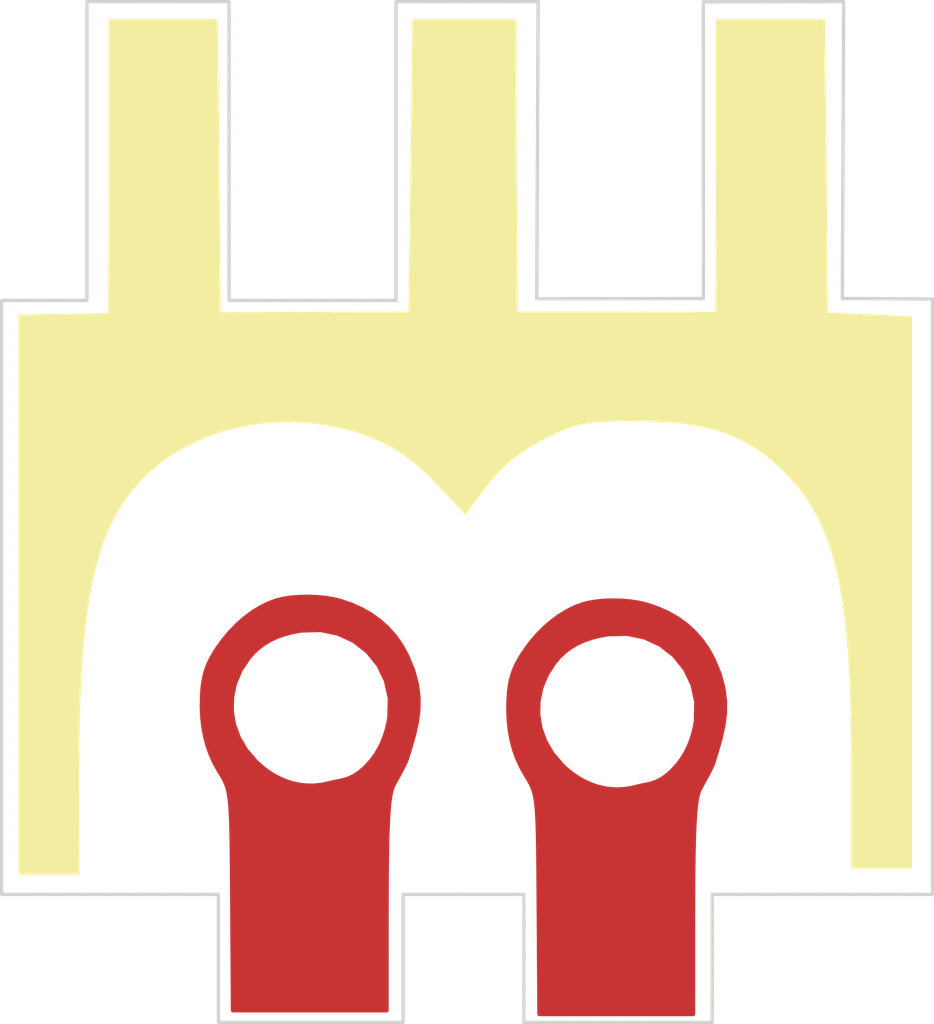
<source format=kicad_pcb>
(kicad_pcb (version 20171130) (host pcbnew 6.0.0-rc1-unknown-8be3471~66~ubuntu16.04.1)

  (general
    (thickness 1.6)
    (drawings 0)
    (tracks 0)
    (zones 0)
    (modules 1)
    (nets 1)
  )

  (page A4)
  (layers
    (0 F.Cu signal)
    (31 B.Cu signal)
    (32 B.Adhes user)
    (33 F.Adhes user)
    (34 B.Paste user)
    (35 F.Paste user)
    (36 B.SilkS user)
    (37 F.SilkS user)
    (38 B.Mask user)
    (39 F.Mask user)
    (40 Dwgs.User user)
    (41 Cmts.User user)
    (42 Eco1.User user)
    (43 Eco2.User user)
    (44 Edge.Cuts user)
    (45 Margin user)
    (46 B.CrtYd user)
    (47 F.CrtYd user)
    (48 B.Fab user)
    (49 F.Fab user)
  )

  (setup
    (last_trace_width 0.25)
    (trace_clearance 0.2)
    (zone_clearance 0.508)
    (zone_45_only no)
    (trace_min 0.2)
    (via_size 0.8)
    (via_drill 0.4)
    (via_min_size 0.4)
    (via_min_drill 0.3)
    (uvia_size 0.3)
    (uvia_drill 0.1)
    (uvias_allowed no)
    (uvia_min_size 0.2)
    (uvia_min_drill 0.1)
    (edge_width 0.05)
    (segment_width 0.2)
    (pcb_text_width 0.3)
    (pcb_text_size 1.5 1.5)
    (mod_edge_width 0.12)
    (mod_text_size 1 1)
    (mod_text_width 0.15)
    (pad_size 1.524 1.524)
    (pad_drill 0.762)
    (pad_to_mask_clearance 0.051)
    (solder_mask_min_width 0.25)
    (aux_axis_origin 0 0)
    (visible_elements FFFFFF7F)
    (pcbplotparams
      (layerselection 0x010fc_ffffffff)
      (usegerberextensions false)
      (usegerberattributes false)
      (usegerberadvancedattributes false)
      (creategerberjobfile false)
      (excludeedgelayer true)
      (linewidth 0.100000)
      (plotframeref false)
      (viasonmask false)
      (mode 1)
      (useauxorigin false)
      (hpglpennumber 1)
      (hpglpenspeed 20)
      (hpglpendiameter 15.000000)
      (psnegative false)
      (psa4output false)
      (plotreference true)
      (plotvalue true)
      (plotinvisibletext false)
      (padsonsilk false)
      (subtractmaskfromsilk false)
      (outputformat 1)
      (mirror false)
      (drillshape 1)
      (scaleselection 1)
      (outputdirectory ""))
  )

  (net 0 "")

  (net_class Default "This is the default net class."
    (clearance 0.2)
    (trace_width 0.25)
    (via_dia 0.8)
    (via_drill 0.4)
    (uvia_dia 0.3)
    (uvia_drill 0.1)
  )

  (module Bald:Bald_all_04 (layer F.Cu) (tedit 5BDB6E4A) (tstamp 5BDBCD53)
    (at 153.67 99.06)
    (descr "Imported from LoGo.svg")
    (tags svg2mod)
    (attr smd)
    (fp_text reference svg2mod (at 0 -43.546863) (layer F.SilkS) hide
      (effects (font (size 1.524 1.524) (thickness 0.3048)))
    )
    (fp_text value G*** (at 0 43.546863) (layer F.SilkS) hide
      (effects (font (size 1.524 1.524) (thickness 0.3048)))
    )
    (fp_poly (pts (xy 5.703844 31.616567) (xy 13.437396 21.816313) (xy 13.535276 21.793086) (xy 13.631274 21.771552)
      (xy 13.725545 21.751374) (xy 13.818235 21.732295) (xy 13.909511 21.713979) (xy 13.999523 21.696171)
      (xy 14.088423 21.678532) (xy 14.176367 21.66078) (xy 14.263514 21.642605) (xy 14.35001 21.623696)
      (xy 14.436017 21.603771) (xy 14.521688 21.582576) (xy 14.607173 21.559773) (xy 14.692636 21.535022)
      (xy 14.778225 21.50807) (xy 14.864094 21.478611) (xy 14.950401 21.446342) (xy 15.0373 21.410968)
      (xy 15.124944 21.372185) (xy 15.213488 21.3297) (xy 15.303088 21.283206) (xy 15.393902 21.232415)
      (xy 15.486075 21.177015) (xy 15.57977 21.116718) (xy 15.675139 21.05122) (xy 15.772333 20.980221)
      (xy 15.871515 20.903423) (xy 15.972833 20.820526) (xy 16.076445 20.731236) (xy 16.182504 20.635244)
      (xy 16.291165 20.532261) (xy 16.704962 20.086389) (xy 17.061242 19.612931) (xy 17.363542 19.11841)
      (xy 17.615397 18.609362) (xy 17.820335 18.092317) (xy 17.981899 17.573813) (xy 18.103622 17.060377)
      (xy 18.189031 16.558544) (xy 18.220092 15.068625) (xy 17.915346 13.682507) (xy 17.313597 12.438396)
      (xy 16.453655 11.374497) (xy 15.374315 10.529018) (xy 14.114385 9.940156) (xy 12.712666 9.646126)
      (xy 11.207959 9.685117) (xy 10.51505 9.807585) (xy 9.872077 9.972425) (xy 9.277144 10.180626)
      (xy 8.728363 10.433179) (xy 8.22384 10.731067) (xy 7.76169 11.075282) (xy 7.340016 11.466809)
      (xy 6.956933 11.906638) (xy 6.317804 12.889251) (xy 5.885612 13.928456) (xy 5.658742 15.001823)
      (xy 5.6356 16.086919) (xy 5.814517 17.161308) (xy 6.193903 18.202559) (xy 6.772137 19.188237)
      (xy 7.547604 20.095903) (xy 7.705186 20.247075) (xy 7.865161 20.392284) (xy 8.027439 20.531499)
      (xy 8.191926 20.664688) (xy 8.358542 20.791832) (xy 8.527189 20.912905) (xy 8.69779 21.027877)
      (xy 8.870247 21.136722) (xy 9.044477 21.239411) (xy 9.220389 21.335923) (xy 9.397899 21.426222)
      (xy 9.576909 21.510294) (xy 9.757345 21.5881) (xy 9.939105 21.659623) (xy 10.122112 21.724833)
      (xy 10.306267 21.783699) (xy 10.491487 21.836204) (xy 10.677686 21.882313) (xy 10.864768 21.922002)
      (xy 11.052655 21.955242) (xy 11.241253 21.981997) (xy 11.430471 22.002289) (xy 11.620226 22.016005)
      (xy 11.810427 22.023202) (xy 12.000984 22.023766) (xy 12.191817 22.017783) (xy 12.382825 22.005168)
      (xy 12.573926 21.985892) (xy 12.765035 21.959899) (xy 12.956055 21.927209) (xy 13.146908 21.88778)
      (xy 13.337498 21.841583) (xy 13.337475 21.841515) (xy 13.437396 21.816313) (xy 5.703844 31.616567)
      (xy 5.700909 31.188346) (xy 5.69803 30.773648) (xy 5.69518 30.372221) (xy 5.692301 29.983773)
      (xy 5.68945 29.608073) (xy 5.686572 29.244865) (xy 5.683721 28.893893) (xy 5.680843 28.554902)
      (xy 5.677908 28.22764) (xy 5.674831 27.911844) (xy 5.671614 27.607265) (xy 5.668227 27.313646)
      (xy 5.664643 27.030733) (xy 5.660861 26.758267) (xy 5.656854 26.496) (xy 5.652592 26.243671)
      (xy 5.64802 26.001025) (xy 5.64311 25.767816) (xy 5.63786 25.543774) (xy 5.632244 25.328653)
      (xy 5.626261 25.122202) (xy 5.619826 24.924158) (xy 5.612968 24.734271) (xy 5.605659 24.55228)
      (xy 5.571197 23.898215) (xy 5.527266 23.350143) (xy 5.514622 23.227771) (xy 5.501245 23.110753)
      (xy 5.487162 22.998827) (xy 5.472289 22.891738) (xy 5.456654 22.789237) (xy 5.440172 22.691061)
      (xy 5.422872 22.596956) (xy 5.404669 22.506676) (xy 5.38559 22.419961) (xy 5.365553 22.33655)
      (xy 5.344612 22.256196) (xy 5.322683 22.178638) (xy 5.299767 22.103626) (xy 5.275834 22.030901)
      (xy 5.250857 21.96021) (xy 5.224808 21.891296) (xy 5.109464 21.62833) (xy 4.975019 21.373416)
      (xy 4.819879 21.11023) (xy 4.642429 20.822448) (xy 4.289126 20.192127) (xy 3.988946 19.528416)
      (xy 3.741908 18.831446) (xy 3.548044 18.101337) (xy 3.407382 17.338219) (xy 3.319952 16.542226)
      (xy 3.285778 15.713477) (xy 3.304884 14.852104) (xy 3.345903 14.290459) (xy 3.409871 13.781912)
      (xy 3.500851 13.313894) (xy 3.622892 12.873848) (xy 3.780065 12.449208) (xy 3.976421 12.027407)
      (xy 4.216011 11.595883) (xy 4.502895 11.142067) (xy 4.989381 10.46525) (xy 5.515212 9.836507)
      (xy 6.074613 9.260554) (xy 6.661802 8.742095) (xy 7.271007 8.285834) (xy 7.896437 7.896489)
      (xy 8.532314 7.57876) (xy 9.172869 7.337362) (xy 9.705151 7.20297) (xy 10.309208 7.107604)
      (xy 10.963512 7.051197) (xy 11.646527 7.033699) (xy 12.336724 7.055035) (xy 13.012561 7.115157)
      (xy 13.652517 7.213991) (xy 14.235052 7.351492) (xy 15.131951 7.652319) (xy 15.962441 8.021158)
      (xy 16.726425 8.457931) (xy 17.42381 8.962558) (xy 18.054501 9.534964) (xy 18.618403 10.175069)
      (xy 19.115422 10.882795) (xy 19.545464 11.658068) (xy 20.045333 12.851942) (xy 20.347291 13.964193)
      (xy 20.478858 15.012276) (xy 20.467569 16.013657) (xy 20.34093 16.985789) (xy 20.126466 17.946123)
      (xy 19.851712 18.912122) (xy 19.544183 19.901243) (xy 19.45064 20.141665) (xy 19.308967 20.439582)
      (xy 19.13614 20.772226) (xy 18.949134 21.116842) (xy 18.902158 21.202203) (xy 18.85562 21.286534)
      (xy 18.809784 21.369476) (xy 18.764925 21.45068) (xy 18.721293 21.529787) (xy 18.679166 21.606441)
      (xy 18.638805 21.68029) (xy 18.60048 21.750973) (xy 18.564445 21.818139) (xy 18.530977 21.881433)
      (xy 18.50033 21.940491) (xy 18.472785 21.994968) (xy 18.448571 22.044504) (xy 18.427997 22.088742)
      (xy 18.411289 22.127327) (xy 18.39873 22.159907) (xy 18.334824 22.365884) (xy 18.276714 22.607297)
      (xy 18.224173 22.889528) (xy 18.17696 23.217953) (xy 18.165953 23.307905) (xy 18.155285 23.401166)
      (xy 18.144899 23.497818) (xy 18.134852 23.597948) (xy 18.097605 24.034896) (xy 18.064988 24.534172)
      (xy 18.057538 24.669359) (xy 18.050341 24.808865) (xy 18.043426 24.95277) (xy 18.036766 25.101154)
      (xy 18.030388 25.254113) (xy 18.024264 25.41172) (xy 18.018365 25.574062) (xy 18.012721 25.741225)
      (xy 18.00733 25.913293) (xy 18.002194 26.090351) (xy 17.997283 26.272478) (xy 17.992626 26.459763)
      (xy 17.988196 26.652287) (xy 17.98399 26.850136) (xy 17.979983 27.053395) (xy 17.976229 27.262143)
      (xy 17.972673 27.476472) (xy 17.969315 27.696458) (xy 17.966154 27.922191) (xy 17.963219 28.153748)
      (xy 17.960368 28.391219) (xy 17.957828 28.634689) (xy 17.955571 28.884241) (xy 17.953595 29.139954)
      (xy 17.95162 29.401921) (xy 17.949926 29.670199) (xy 17.948515 29.944928) (xy 17.947104 30.226129)
      (xy 17.945693 30.513922) (xy 17.944564 30.808413) (xy 17.943717 31.109623) (xy 17.942871 31.417657)
      (xy 17.942306 31.732673) (xy 17.941742 32.054632) (xy 17.941482 32.383732) (xy 17.941358 32.719971)
      (xy 17.941293 33.164133) (xy 17.941225 33.608351) (xy 17.941163 34.052568) (xy 17.941098 34.49673)
      (xy 17.941031 34.940947) (xy 17.940968 35.385165) (xy 17.940904 35.829355) (xy 17.940839 36.273544)
      (xy 17.940774 36.717734) (xy 17.940712 37.161952) (xy 17.940644 37.606141) (xy 17.940582 38.050303)
      (xy 17.940517 38.494549) (xy 17.940452 38.938738) (xy 17.940387 39.382928) (xy 17.940322 39.827145)
      (xy 17.559678 39.827145) (xy 17.179033 39.827145) (xy 16.798386 39.827145) (xy 16.417736 39.827145)
      (xy 14.895159 39.827145) (xy 13.372584 39.827145) (xy 11.85 39.827145) (xy 10.327423 39.827145)
      (xy 8.804842 39.827145) (xy 7.282265 39.827145) (xy 6.901618 39.827145) (xy 6.520973 39.827145)
      (xy 6.140329 39.827145) (xy 5.759681 39.827145) (xy 5.756154 39.313981) (xy 5.752626 38.800816)
      (xy 5.749098 38.287651) (xy 5.74557 37.774459) (xy 5.742043 37.261322) (xy 5.738515 36.748186)
      (xy 5.734987 36.235021) (xy 5.731459 35.721856) (xy 5.727931 35.208692) (xy 5.724404 34.695527)
      (xy 5.720876 34.182362) (xy 5.717348 33.669169) (xy 5.71382 33.156061) (xy 5.710293 32.642896)
      (xy 5.709446 32.514598) (xy 5.708599 32.3863) (xy 5.707753 32.25803) (xy 5.706906 32.129732)
      (xy 5.706059 32.001434) (xy 5.705213 31.873135) (xy 5.704366 31.744837) (xy 5.703519 31.616567)
      (xy 5.703522 31.616567) (xy 5.703525 31.616567) (xy 5.703528 31.616567) (xy 5.703531 31.616567)
      (xy 5.703533 31.616567) (xy 5.703536 31.616567) (xy 5.703539 31.616567) (xy 5.703542 31.616567)
      (xy 5.703545 31.616567) (xy 5.703547 31.616567) (xy 5.70355 31.616567) (xy 5.703553 31.616567)
      (xy 5.703844 31.616567)) (layer F.Cu) (width 0.365094))
    (fp_poly (pts (xy -18.642629 31.317228) (xy -10.909066 21.516971) (xy -10.811186 21.493744) (xy -10.715188 21.472211)
      (xy -10.620917 21.452032) (xy -10.528227 21.432953) (xy -10.43695 21.414637) (xy -10.346938 21.396829)
      (xy -10.258038 21.37919) (xy -10.170095 21.361438) (xy -10.082948 21.343263) (xy -9.996452 21.324354)
      (xy -9.910445 21.304429) (xy -9.824774 21.283235) (xy -9.739289 21.260431) (xy -9.653826 21.23568)
      (xy -9.568237 21.208728) (xy -9.482368 21.17927) (xy -9.396061 21.147) (xy -9.309162 21.111627)
      (xy -9.221518 21.072844) (xy -9.132974 21.030358) (xy -9.043374 20.983865) (xy -8.95256 20.933073)
      (xy -8.860387 20.877673) (xy -8.766692 20.817376) (xy -8.671323 20.751878) (xy -8.574129 20.680879)
      (xy -8.474947 20.604081) (xy -8.373629 20.521184) (xy -8.270017 20.431894) (xy -8.163958 20.335902)
      (xy -8.055297 20.232919) (xy -7.6415 19.787048) (xy -7.28522 19.313589) (xy -6.98292 18.819068)
      (xy -6.731065 18.310021) (xy -6.526127 17.792975) (xy -6.364563 17.274471) (xy -6.24284 16.761035)
      (xy -6.157431 16.259202) (xy -6.12637 14.769283) (xy -6.431116 13.383166) (xy -7.032865 12.139054)
      (xy -7.892807 11.075155) (xy -8.972147 10.229677) (xy -10.232077 9.640814) (xy -11.633796 9.346784)
      (xy -13.138503 9.385776) (xy -13.831412 9.508243) (xy -14.474385 9.673084) (xy -15.069318 9.881285)
      (xy -15.618099 10.133837) (xy -16.122622 10.431725) (xy -16.584772 10.77594) (xy -17.006446 11.167467)
      (xy -17.389529 11.607296) (xy -18.028658 12.58991) (xy -18.46085 13.629114) (xy -18.68772 14.702481)
      (xy -18.710862 15.787578) (xy -18.531945 16.861967) (xy -18.152559 17.903217) (xy -17.574325 18.888895)
      (xy -16.798857 19.796561) (xy -16.641276 19.947734) (xy -16.481301 20.092943) (xy -16.319023 20.232157)
      (xy -16.154536 20.365346) (xy -15.98792 20.49249) (xy -15.819273 20.613564) (xy -15.648672 20.728535)
      (xy -15.476215 20.83738) (xy -15.301985 20.940069) (xy -15.126073 21.036581) (xy -14.948563 21.126881)
      (xy -14.769553 21.210952) (xy -14.589117 21.288758) (xy -14.407357 21.360281) (xy -14.22435 21.425492)
      (xy -14.040194 21.484357) (xy -13.854975 21.536862) (xy -13.668776 21.582972) (xy -13.481694 21.62266)
      (xy -13.293807 21.655901) (xy -13.105209 21.682655) (xy -12.91599 21.702947) (xy -12.726236 21.716663)
      (xy -12.536035 21.72386) (xy -12.345478 21.724424) (xy -12.154645 21.718441) (xy -11.963637 21.705826)
      (xy -11.772536 21.68655) (xy -11.581426 21.660557) (xy -11.390407 21.627867) (xy -11.199554 21.588438)
      (xy -11.008964 21.542241) (xy -11.008987 21.542173) (xy -10.909066 21.516971) (xy -18.642629 31.317228)
      (xy -18.645565 30.889004) (xy -18.648443 30.474307) (xy -18.651294 30.072879) (xy -18.654172 29.684431)
      (xy -18.657023 29.308732) (xy -18.659901 28.945523) (xy -18.662752 28.594551) (xy -18.665631 28.25556)
      (xy -18.668566 27.928298) (xy -18.671642 27.612503) (xy -18.674859 27.307923) (xy -18.678246 27.014304)
      (xy -18.68183 26.731391) (xy -18.685612 26.458925) (xy -18.689619 26.196659) (xy -18.693881 25.944329)
      (xy -18.698453 25.701683) (xy -18.703364 25.468474) (xy -18.708613 25.244432) (xy -18.714229 25.029311)
      (xy -18.720212 24.82286) (xy -18.726647 24.624816) (xy -18.733505 24.434929) (xy -18.740815 24.252938)
      (xy -18.775277 23.598874) (xy -18.819207 23.050801) (xy -18.831851 22.928429) (xy -18.845228 22.811412)
      (xy -18.859311 22.699485) (xy -18.874184 22.592396) (xy -18.889819 22.489895) (xy -18.906301 22.391719)
      (xy -18.923601 22.297615) (xy -18.941805 22.207335) (xy -18.960883 22.120619) (xy -18.980921 22.037208)
      (xy -19.001862 21.956854) (xy -19.02379 21.879296) (xy -19.046707 21.804285) (xy -19.070639 21.731559)
      (xy -19.095616 21.660868) (xy -19.121665 21.591955) (xy -19.237009 21.328988) (xy -19.371454 21.074074)
      (xy -19.526595 20.810888) (xy -19.704045 20.523106) (xy -20.057347 19.892785) (xy -20.357527 19.229074)
      (xy -20.604564 18.532104) (xy -20.798428 17.801995) (xy -20.93909 17.038878) (xy -21.026522 16.242884)
      (xy -21.060694 15.414136) (xy -21.041576 14.552762) (xy -21.00056 13.991117) (xy -20.93659 13.48257)
      (xy -20.84561 13.014552) (xy -20.723569 12.574506) (xy -20.566397 12.149866) (xy -20.370041 11.728065)
      (xy -20.130451 11.296541) (xy -19.843567 10.842725) (xy -19.357081 10.165908) (xy -18.83125 9.537165)
      (xy -18.271849 8.961212) (xy -17.68466 8.442753) (xy -17.075455 7.986492) (xy -16.450025 7.597147)
      (xy -15.814147 7.279419) (xy -15.173593 7.03802) (xy -14.641311 6.903628) (xy -14.037254 6.808263)
      (xy -13.38295 6.751855) (xy -12.699935 6.734357) (xy -12.009738 6.755693) (xy -11.333901 6.815815)
      (xy -10.693945 6.914649) (xy -10.11141 7.052151) (xy -9.214511 7.352977) (xy -8.384021 7.721816)
      (xy -7.620037 8.158589) (xy -6.922652 8.663216) (xy -6.291961 9.235622) (xy -5.728058 9.875728)
      (xy -5.23104 10.583453) (xy -4.800998 11.358726) (xy -4.301129 12.5526) (xy -3.999171 13.664852)
      (xy -3.867604 14.712935) (xy -3.878893 15.714316) (xy -4.005532 16.686447) (xy -4.219996 17.646781)
      (xy -4.49475 18.61278) (xy -4.802279 19.601901) (xy -4.895822 19.842324) (xy -5.037495 20.14024)
      (xy -5.210322 20.472884) (xy -5.397328 20.8175) (xy -5.444304 20.902861) (xy -5.490842 20.987192)
      (xy -5.536678 21.070134) (xy -5.581537 21.151338) (xy -5.625169 21.230445) (xy -5.667296 21.307099)
      (xy -5.707657 21.380948) (xy -5.745982 21.451631) (xy -5.782017 21.518797) (xy -5.815485 21.582091)
      (xy -5.846132 21.641149) (xy -5.873677 21.695626) (xy -5.897891 21.745162) (xy -5.918465 21.7894)
      (xy -5.935173 21.827986) (xy -5.947732 21.860565) (xy -6.011638 22.066542) (xy -6.069748 22.307955)
      (xy -6.122289 22.590186) (xy -6.169502 22.918611) (xy -6.180509 23.008563) (xy -6.191177 23.101824)
      (xy -6.201562 23.198476) (xy -6.21161 23.298606) (xy -6.248857 23.735554) (xy -6.281474 24.23483)
      (xy -6.288924 24.370018) (xy -6.296121 24.509523) (xy -6.303035 24.653428) (xy -6.309696 24.801812)
      (xy -6.316074 24.954771) (xy -6.322198 25.112378) (xy -6.328097 25.27472) (xy -6.333741 25.441884)
      (xy -6.339132 25.613952) (xy -6.344268 25.791009) (xy -6.349179 25.973136) (xy -6.353835 26.160421)
      (xy -6.358266 26.352945) (xy -6.362471 26.550794) (xy -6.366479 26.754053) (xy -6.370233 26.962802)
      (xy -6.373789 27.17713) (xy -6.377147 27.397116) (xy -6.380308 27.622849) (xy -6.383243 27.854407)
      (xy -6.386093 28.091877) (xy -6.388633 28.335347) (xy -6.390891 28.584899) (xy -6.392867 28.840612)
      (xy -6.394842 29.10258) (xy -6.396536 29.370857) (xy -6.397947 29.645586) (xy -6.399358 29.926787)
      (xy -6.400769 30.21458) (xy -6.401898 30.509071) (xy -6.402745 30.810281) (xy -6.403591 31.118324)
      (xy -6.404156 31.43332) (xy -6.40472 31.755279) (xy -6.40498 32.084379) (xy -6.405104 32.420618)
      (xy -6.405169 32.86478) (xy -6.405237 33.308997) (xy -6.405299 33.753215) (xy -6.405364 34.197377)
      (xy -6.405431 34.641594) (xy -6.405493 35.085812) (xy -6.405558 35.530002) (xy -6.405623 35.974191)
      (xy -6.405688 36.418381) (xy -6.40575 36.862599) (xy -6.405818 37.306788) (xy -6.40588 37.750949)
      (xy -6.405945 38.195195) (xy -6.40601 38.639385) (xy -6.406075 39.083575) (xy -6.40614 39.527792)
      (xy -6.786784 39.527792) (xy -7.167429 39.527792) (xy -7.548076 39.527792) (xy -7.928726 39.527792)
      (xy -9.451303 39.527792) (xy -10.973878 39.527792) (xy -12.496461 39.527792) (xy -14.019039 39.527792)
      (xy -15.54162 39.527792) (xy -17.064197 39.527792) (xy -17.444844 39.527792) (xy -17.825489 39.527792)
      (xy -18.206133 39.527792) (xy -18.58678 39.527792) (xy -18.590308 39.014628) (xy -18.593836 38.501463)
      (xy -18.597364 37.988298) (xy -18.600892 37.475105) (xy -18.604419 36.961969) (xy -18.607947 36.448833)
      (xy -18.611475 35.935668) (xy -18.615003 35.422503) (xy -18.61853 34.909339) (xy -18.622058 34.396174)
      (xy -18.625586 33.883009) (xy -18.629114 33.369816) (xy -18.632642 32.856708) (xy -18.636169 32.343543)
      (xy -18.637016 32.215245) (xy -18.637863 32.086947) (xy -18.638709 31.958677) (xy -18.639556 31.830379)
      (xy -18.640403 31.70208) (xy -18.641249 31.573782) (xy -18.642096 31.445484) (xy -18.642943 31.317228)
      (xy -18.64294 31.317228) (xy -18.642937 31.317228) (xy -18.642934 31.317228) (xy -18.642931 31.317228)
      (xy -18.642929 31.317228) (xy -18.642926 31.317228) (xy -18.642923 31.317228) (xy -18.64292 31.317228)
      (xy -18.642917 31.317228) (xy -18.642914 31.317228) (xy -18.642912 31.317228) (xy -18.642909 31.317228)
      (xy -18.642629 31.317228)) (layer F.Cu) (width 0.365094))
    (fp_line (start -36.970335 29.604498) (end -36.971112 30.33886) (layer Edge.Cuts) (width 0.264583))
    (fp_line (start -36.970336 28.868073) (end -36.970335 29.604498) (layer Edge.Cuts) (width 0.264583))
    (fp_line (start -36.970336 28.13165) (end -36.970336 28.868073) (layer Edge.Cuts) (width 0.264583))
    (fp_line (start -36.970336 27.395225) (end -36.970336 28.13165) (layer Edge.Cuts) (width 0.264583))
    (fp_line (start -36.970336 25.922378) (end -36.970336 27.395225) (layer Edge.Cuts) (width 0.264583))
    (fp_line (start -36.970337 24.449534) (end -36.970336 25.922378) (layer Edge.Cuts) (width 0.264583))
    (fp_line (start -36.970337 22.976686) (end -36.970337 24.449534) (layer Edge.Cuts) (width 0.264583))
    (fp_line (start -36.970337 21.503839) (end -36.970337 22.976686) (layer Edge.Cuts) (width 0.264583))
    (fp_line (start -36.970337 20.030992) (end -36.970337 21.503839) (layer Edge.Cuts) (width 0.264583))
    (fp_line (start -36.970338 18.558145) (end -36.970337 20.030992) (layer Edge.Cuts) (width 0.264583))
    (fp_line (start -36.970338 17.085298) (end -36.970338 18.558145) (layer Edge.Cuts) (width 0.264583))
    (fp_line (start -36.970338 15.612453) (end -36.970338 17.085298) (layer Edge.Cuts) (width 0.264583))
    (fp_line (start -36.970338 14.139606) (end -36.970338 15.612453) (layer Edge.Cuts) (width 0.264583))
    (fp_line (start -36.970339 12.666759) (end -36.970338 14.139606) (layer Edge.Cuts) (width 0.264583))
    (fp_line (start -36.970339 11.193911) (end -36.970339 12.666759) (layer Edge.Cuts) (width 0.264583))
    (fp_line (start -36.970339 9.721064) (end -36.970339 11.193911) (layer Edge.Cuts) (width 0.264583))
    (fp_line (start -36.970339 8.248217) (end -36.970339 9.721064) (layer Edge.Cuts) (width 0.264583))
    (fp_line (start -36.97034 6.775372) (end -36.970339 8.248217) (layer Edge.Cuts) (width 0.264583))
    (fp_line (start -36.97034 5.302525) (end -36.97034 6.775372) (layer Edge.Cuts) (width 0.264583))
    (fp_line (start -36.97034 3.829678) (end -36.97034 5.302525) (layer Edge.Cuts) (width 0.264583))
    (fp_line (start -36.970341 2.356831) (end -36.97034 3.829678) (layer Edge.Cuts) (width 0.264583))
    (fp_line (start -36.970341 0.883984) (end -36.970341 2.356831) (layer Edge.Cuts) (width 0.264583))
    (fp_line (start -36.970341 -0.588864) (end -36.970341 0.883984) (layer Edge.Cuts) (width 0.264583))
    (fp_line (start -36.970341 -2.061711) (end -36.970341 -0.588864) (layer Edge.Cuts) (width 0.264583))
    (fp_line (start -36.970342 -3.534555) (end -36.970341 -2.061711) (layer Edge.Cuts) (width 0.264583))
    (fp_line (start -36.970342 -5.007403) (end -36.970342 -3.534555) (layer Edge.Cuts) (width 0.264583))
    (fp_line (start -36.970342 -6.48025) (end -36.970342 -5.007403) (layer Edge.Cuts) (width 0.264583))
    (fp_line (start -36.970342 -7.953097) (end -36.970342 -6.48025) (layer Edge.Cuts) (width 0.264583))
    (fp_line (start -36.970343 -9.425944) (end -36.970342 -7.953097) (layer Edge.Cuts) (width 0.264583))
    (fp_line (start -36.970343 -10.898792) (end -36.970343 -9.425944) (layer Edge.Cuts) (width 0.264583))
    (fp_line (start -36.970343 -12.371636) (end -36.970343 -10.898792) (layer Edge.Cuts) (width 0.264583))
    (fp_line (start -36.970343 -13.844483) (end -36.970343 -12.371636) (layer Edge.Cuts) (width 0.264583))
    (fp_line (start -36.970344 -15.31733) (end -36.970343 -13.844483) (layer Edge.Cuts) (width 0.264583))
    (fp_line (start -36.970344 -16.790178) (end -36.970344 -15.31733) (layer Edge.Cuts) (width 0.264583))
    (fp_line (start -36.123677 -16.790178) (end -36.970344 -16.790178) (layer Edge.Cuts) (width 0.264583))
    (fp_line (start -35.277011 -16.790178) (end -36.123677 -16.790178) (layer Edge.Cuts) (width 0.264583))
    (fp_line (start -34.430344 -16.790178) (end -35.277011 -16.790178) (layer Edge.Cuts) (width 0.264583))
    (fp_line (start -33.583677 -16.790178) (end -34.430344 -16.790178) (layer Edge.Cuts) (width 0.264583))
    (fp_line (start -31.890344 -16.790178) (end -33.583677 -16.790178) (layer Edge.Cuts) (width 0.264583))
    (fp_line (start -31.467011 -16.790178) (end -31.890344 -16.790178) (layer Edge.Cuts) (width 0.264583))
    (fp_line (start -31.043677 -16.790178) (end -31.467011 -16.790178) (layer Edge.Cuts) (width 0.264583))
    (fp_line (start -30.620344 -16.790178) (end -31.043677 -16.790178) (layer Edge.Cuts) (width 0.264583))
    (fp_line (start -30.197011 -16.790178) (end -30.620344 -16.790178) (layer Edge.Cuts) (width 0.264583))
    (fp_line (start -30.197011 -18.271844) (end -30.197011 -16.790178) (layer Edge.Cuts) (width 0.264583))
    (fp_line (start -30.197011 -19.753511) (end -30.197011 -18.271844) (layer Edge.Cuts) (width 0.264583))
    (fp_line (start -30.197011 -21.235178) (end -30.197011 -19.753511) (layer Edge.Cuts) (width 0.264583))
    (fp_line (start -30.197011 -22.716844) (end -30.197011 -21.235178) (layer Edge.Cuts) (width 0.264583))
    (fp_line (start -30.197011 -24.198511) (end -30.197011 -22.716844) (layer Edge.Cuts) (width 0.264583))
    (fp_line (start -30.197011 -25.680178) (end -30.197011 -24.198511) (layer Edge.Cuts) (width 0.264583))
    (fp_line (start -30.197011 -27.161845) (end -30.197011 -25.680178) (layer Edge.Cuts) (width 0.264583))
    (fp_line (start -30.197011 -28.643511) (end -30.197011 -27.161845) (layer Edge.Cuts) (width 0.264583))
    (fp_line (start -30.197011 -30.125178) (end -30.197011 -28.643511) (layer Edge.Cuts) (width 0.264583))
    (fp_line (start -30.197011 -31.606845) (end -30.197011 -30.125178) (layer Edge.Cuts) (width 0.264583))
    (fp_line (start -30.197011 -33.088511) (end -30.197011 -31.606845) (layer Edge.Cuts) (width 0.264583))
    (fp_line (start -30.197011 -34.570178) (end -30.197011 -33.088511) (layer Edge.Cuts) (width 0.264583))
    (fp_line (start -30.197011 -36.051845) (end -30.197011 -34.570178) (layer Edge.Cuts) (width 0.264583))
    (fp_line (start -30.197011 -37.533511) (end -30.197011 -36.051845) (layer Edge.Cuts) (width 0.264583))
    (fp_line (start -30.197011 -39.015178) (end -30.197011 -37.533511) (layer Edge.Cuts) (width 0.264583))
    (fp_line (start -30.197011 -40.496845) (end -30.197011 -39.015178) (layer Edge.Cuts) (width 0.264583))
    (fp_line (start -29.491455 -40.496845) (end -30.197011 -40.496845) (layer Edge.Cuts) (width 0.264583))
    (fp_line (start -28.785899 -40.496845) (end -29.491455 -40.496845) (layer Edge.Cuts) (width 0.264583))
    (fp_line (start -28.080344 -40.496845) (end -28.785899 -40.496845) (layer Edge.Cuts) (width 0.264583))
    (fp_line (start -27.374788 -40.496845) (end -28.080344 -40.496845) (layer Edge.Cuts) (width 0.264583))
    (fp_line (start -26.669233 -40.496845) (end -27.374788 -40.496845) (layer Edge.Cuts) (width 0.264583))
    (fp_line (start -25.963677 -40.496845) (end -26.669233 -40.496845) (layer Edge.Cuts) (width 0.264583))
    (fp_line (start -25.258122 -40.496845) (end -25.963677 -40.496845) (layer Edge.Cuts) (width 0.264583))
    (fp_line (start -24.552566 -40.496845) (end -25.258122 -40.496845) (layer Edge.Cuts) (width 0.264583))
    (fp_line (start -23.84701 -40.496845) (end -24.552566 -40.496845) (layer Edge.Cuts) (width 0.264583))
    (fp_line (start -23.141455 -40.496845) (end -23.84701 -40.496845) (layer Edge.Cuts) (width 0.264583))
    (fp_line (start -22.435899 -40.496845) (end -23.141455 -40.496845) (layer Edge.Cuts) (width 0.264583))
    (fp_line (start -21.730344 -40.496845) (end -22.435899 -40.496845) (layer Edge.Cuts) (width 0.264583))
    (fp_line (start -21.024788 -40.496845) (end -21.730344 -40.496845) (layer Edge.Cuts) (width 0.264583))
    (fp_line (start -20.319233 -40.496845) (end -21.024788 -40.496845) (layer Edge.Cuts) (width 0.264583))
    (fp_line (start -19.613677 -40.496845) (end -20.319233 -40.496845) (layer Edge.Cuts) (width 0.264583))
    (fp_line (start -18.908121 -40.496845) (end -19.613677 -40.496845) (layer Edge.Cuts) (width 0.264583))
    (fp_line (start -18.908121 -39.015178) (end -18.908121 -40.496845) (layer Edge.Cuts) (width 0.264583))
    (fp_line (start -18.908121 -37.533511) (end -18.908121 -39.015178) (layer Edge.Cuts) (width 0.264583))
    (fp_line (start -18.908121 -36.051845) (end -18.908121 -37.533511) (layer Edge.Cuts) (width 0.264583))
    (fp_line (start -18.908121 -34.570178) (end -18.908121 -36.051845) (layer Edge.Cuts) (width 0.264583))
    (fp_line (start -18.908121 -33.088511) (end -18.908121 -34.570178) (layer Edge.Cuts) (width 0.264583))
    (fp_line (start -18.908121 -31.606845) (end -18.908121 -33.088511) (layer Edge.Cuts) (width 0.264583))
    (fp_line (start -18.908121 -30.125178) (end -18.908121 -31.606845) (layer Edge.Cuts) (width 0.264583))
    (fp_line (start -18.908121 -28.643511) (end -18.908121 -30.125178) (layer Edge.Cuts) (width 0.264583))
    (fp_line (start -18.908121 -27.161845) (end -18.908121 -28.643511) (layer Edge.Cuts) (width 0.264583))
    (fp_line (start -18.908121 -25.680178) (end -18.908121 -27.161845) (layer Edge.Cuts) (width 0.264583))
    (fp_line (start -18.908121 -24.198511) (end -18.908121 -25.680178) (layer Edge.Cuts) (width 0.264583))
    (fp_line (start -18.908121 -22.716844) (end -18.908121 -24.198511) (layer Edge.Cuts) (width 0.264583))
    (fp_line (start -18.908121 -21.235178) (end -18.908121 -22.716844) (layer Edge.Cuts) (width 0.264583))
    (fp_line (start -18.908121 -19.753511) (end -18.908121 -21.235178) (layer Edge.Cuts) (width 0.264583))
    (fp_line (start -18.908121 -18.271844) (end -18.908121 -19.753511) (layer Edge.Cuts) (width 0.264583))
    (fp_line (start -18.908121 -16.790178) (end -18.908121 -18.271844) (layer Edge.Cuts) (width 0.264583))
    (fp_line (start -18.079094 -16.790178) (end -18.908121 -16.790178) (layer Edge.Cuts) (width 0.264583))
    (fp_line (start -17.250066 -16.790178) (end -18.079094 -16.790178) (layer Edge.Cuts) (width 0.264583))
    (fp_line (start -16.421038 -16.790178) (end -17.250066 -16.790178) (layer Edge.Cuts) (width 0.264583))
    (fp_line (start -15.59201 -16.790178) (end -16.421038 -16.790178) (layer Edge.Cuts) (width 0.264583))
    (fp_line (start -14.762983 -16.790178) (end -15.59201 -16.790178) (layer Edge.Cuts) (width 0.264583))
    (fp_line (start -13.933955 -16.790178) (end -14.762983 -16.790178) (layer Edge.Cuts) (width 0.264583))
    (fp_line (start -13.104927 -16.790178) (end -13.933955 -16.790178) (layer Edge.Cuts) (width 0.264583))
    (fp_line (start -12.275899 -16.790178) (end -13.104927 -16.790178) (layer Edge.Cuts) (width 0.264583))
    (fp_line (start -11.446871 -16.790178) (end -12.275899 -16.790178) (layer Edge.Cuts) (width 0.264583))
    (fp_line (start -10.617844 -16.790178) (end -11.446871 -16.790178) (layer Edge.Cuts) (width 0.264583))
    (fp_line (start -9.788816 -16.790178) (end -10.617844 -16.790178) (layer Edge.Cuts) (width 0.264583))
    (fp_line (start -8.959788 -16.790178) (end -9.788816 -16.790178) (layer Edge.Cuts) (width 0.264583))
    (fp_line (start -8.13076 -16.790178) (end -8.959788 -16.790178) (layer Edge.Cuts) (width 0.264583))
    (fp_line (start -7.301732 -16.790178) (end -8.13076 -16.790178) (layer Edge.Cuts) (width 0.264583))
    (fp_line (start -6.472705 -16.790178) (end -7.301732 -16.790178) (layer Edge.Cuts) (width 0.264583))
    (fp_line (start -5.643677 -16.790178) (end -6.472705 -16.790178) (layer Edge.Cuts) (width 0.264583))
    (fp_line (start -5.643677 -18.271844) (end -5.643677 -16.790178) (layer Edge.Cuts) (width 0.264583))
    (fp_line (start -5.643677 -19.753511) (end -5.643677 -18.271844) (layer Edge.Cuts) (width 0.264583))
    (fp_line (start -5.643677 -21.235178) (end -5.643677 -19.753511) (layer Edge.Cuts) (width 0.264583))
    (fp_line (start -5.643677 -22.716844) (end -5.643677 -21.235178) (layer Edge.Cuts) (width 0.264583))
    (fp_line (start -5.643677 -24.198511) (end -5.643677 -22.716844) (layer Edge.Cuts) (width 0.264583))
    (fp_line (start -5.643677 -25.680178) (end -5.643677 -24.198511) (layer Edge.Cuts) (width 0.264583))
    (fp_line (start -5.643677 -27.161845) (end -5.643677 -25.680178) (layer Edge.Cuts) (width 0.264583))
    (fp_line (start -5.643677 -28.643511) (end -5.643677 -27.161845) (layer Edge.Cuts) (width 0.264583))
    (fp_line (start -5.643677 -30.125178) (end -5.643677 -28.643511) (layer Edge.Cuts) (width 0.264583))
    (fp_line (start -5.643677 -31.606845) (end -5.643677 -30.125178) (layer Edge.Cuts) (width 0.264583))
    (fp_line (start -5.643677 -33.088511) (end -5.643677 -31.606845) (layer Edge.Cuts) (width 0.264583))
    (fp_line (start -5.643677 -34.570178) (end -5.643677 -33.088511) (layer Edge.Cuts) (width 0.264583))
    (fp_line (start -5.643677 -36.051845) (end -5.643677 -34.570178) (layer Edge.Cuts) (width 0.264583))
    (fp_line (start -5.643677 -37.533511) (end -5.643677 -36.051845) (layer Edge.Cuts) (width 0.264583))
    (fp_line (start -5.643677 -39.015178) (end -5.643677 -37.533511) (layer Edge.Cuts) (width 0.264583))
    (fp_line (start -5.643677 -40.496845) (end -5.643677 -39.015178) (layer Edge.Cuts) (width 0.264583))
    (fp_line (start -4.938121 -40.496845) (end -5.643677 -40.496845) (layer Edge.Cuts) (width 0.264583))
    (fp_line (start -4.232566 -40.496845) (end -4.938121 -40.496845) (layer Edge.Cuts) (width 0.264583))
    (fp_line (start -3.52701 -40.496845) (end -4.232566 -40.496845) (layer Edge.Cuts) (width 0.264583))
    (fp_line (start -2.821455 -40.496845) (end -3.52701 -40.496845) (layer Edge.Cuts) (width 0.264583))
    (fp_line (start -2.115899 -40.496845) (end -2.821455 -40.496845) (layer Edge.Cuts) (width 0.264583))
    (fp_line (start -1.410343 -40.496845) (end -2.115899 -40.496845) (layer Edge.Cuts) (width 0.264583))
    (fp_line (start -0.704788 -40.496845) (end -1.410343 -40.496845) (layer Edge.Cuts) (width 0.264583))
    (fp_line (start 0.000768 -40.496845) (end -0.704788 -40.496845) (layer Edge.Cuts) (width 0.264583))
    (fp_line (start 0.706323 -40.496845) (end 0.000768 -40.496845) (layer Edge.Cuts) (width 0.264583))
    (fp_line (start 1.411879 -40.496845) (end 0.706323 -40.496845) (layer Edge.Cuts) (width 0.264583))
    (fp_line (start 2.117434 -40.496845) (end 1.411879 -40.496845) (layer Edge.Cuts) (width 0.264583))
    (fp_line (start 2.82299 -40.496845) (end 2.117434 -40.496845) (layer Edge.Cuts) (width 0.264583))
    (fp_line (start 3.528545 -40.496845) (end 2.82299 -40.496845) (layer Edge.Cuts) (width 0.264583))
    (fp_line (start 4.234101 -40.496845) (end 3.528545 -40.496845) (layer Edge.Cuts) (width 0.264583))
    (fp_line (start 4.939657 -40.496845) (end 4.234101 -40.496845) (layer Edge.Cuts) (width 0.264583))
    (fp_line (start 5.645212 -40.496845) (end 4.939657 -40.496845) (layer Edge.Cuts) (width 0.264583))
    (fp_line (start 5.638213 -39.023306) (end 5.645212 -40.496845) (layer Edge.Cuts) (width 0.264583))
    (fp_line (start 5.631214 -37.549767) (end 5.638213 -39.023306) (layer Edge.Cuts) (width 0.264583))
    (fp_line (start 5.624215 -36.076229) (end 5.631214 -37.549767) (layer Edge.Cuts) (width 0.264583))
    (fp_line (start 5.617216 -34.60269) (end 5.624215 -36.076229) (layer Edge.Cuts) (width 0.264583))
    (fp_line (start 5.610217 -33.129151) (end 5.617216 -34.60269) (layer Edge.Cuts) (width 0.264583))
    (fp_line (start 5.603217 -31.655613) (end 5.610217 -33.129151) (layer Edge.Cuts) (width 0.264583))
    (fp_line (start 5.596218 -30.182074) (end 5.603217 -31.655613) (layer Edge.Cuts) (width 0.264583))
    (fp_line (start 5.589219 -28.708532) (end 5.596218 -30.182074) (layer Edge.Cuts) (width 0.264583))
    (fp_line (start 5.58222 -27.234994) (end 5.589219 -28.708532) (layer Edge.Cuts) (width 0.264583))
    (fp_line (start 5.575221 -25.761455) (end 5.58222 -27.234994) (layer Edge.Cuts) (width 0.264583))
    (fp_line (start 5.568222 -24.287916) (end 5.575221 -25.761455) (layer Edge.Cuts) (width 0.264583))
    (fp_line (start 5.561223 -22.814378) (end 5.568222 -24.287916) (layer Edge.Cuts) (width 0.264583))
    (fp_line (start 5.554224 -21.340839) (end 5.561223 -22.814378) (layer Edge.Cuts) (width 0.264583))
    (fp_line (start 5.547225 -19.8673) (end 5.554224 -21.340839) (layer Edge.Cuts) (width 0.264583))
    (fp_line (start 5.540225 -18.393762) (end 5.547225 -19.8673) (layer Edge.Cuts) (width 0.264583))
    (fp_line (start 5.533226 -16.920223) (end 5.540225 -18.393762) (layer Edge.Cuts) (width 0.264583))
    (fp_line (start 6.360696 -16.921352) (end 5.533226 -16.920223) (layer Edge.Cuts) (width 0.264583))
    (fp_line (start 7.188163 -16.922481) (end 6.360696 -16.921352) (layer Edge.Cuts) (width 0.264583))
    (fp_line (start 8.015633 -16.92361) (end 7.188163 -16.922481) (layer Edge.Cuts) (width 0.264583))
    (fp_line (start 8.8431 -16.924738) (end 8.015633 -16.92361) (layer Edge.Cuts) (width 0.264583))
    (fp_line (start 9.67057 -16.925867) (end 8.8431 -16.924738) (layer Edge.Cuts) (width 0.264583))
    (fp_line (start 10.49804 -16.926996) (end 9.67057 -16.925867) (layer Edge.Cuts) (width 0.264583))
    (fp_line (start 11.325507 -16.928125) (end 10.49804 -16.926996) (layer Edge.Cuts) (width 0.264583))
    (fp_line (start 12.152977 -16.929254) (end 11.325507 -16.928125) (layer Edge.Cuts) (width 0.264583))
    (fp_line (start 12.980447 -16.930383) (end 12.152977 -16.929254) (layer Edge.Cuts) (width 0.264583))
    (fp_line (start 13.807914 -16.931512) (end 12.980447 -16.930383) (layer Edge.Cuts) (width 0.264583))
    (fp_line (start 14.635384 -16.932641) (end 13.807914 -16.931512) (layer Edge.Cuts) (width 0.264583))
    (fp_line (start 15.462851 -16.93377) (end 14.635384 -16.932641) (layer Edge.Cuts) (width 0.264583))
    (fp_line (start 16.290321 -16.934898) (end 15.462851 -16.93377) (layer Edge.Cuts) (width 0.264583))
    (fp_line (start 17.117791 -16.936027) (end 16.290321 -16.934898) (layer Edge.Cuts) (width 0.264583))
    (fp_line (start 17.945258 -16.937156) (end 17.117791 -16.936027) (layer Edge.Cuts) (width 0.264583))
    (fp_line (start 18.772728 -16.938285) (end 17.945258 -16.937156) (layer Edge.Cuts) (width 0.264583))
    (fp_line (start 18.772164 -18.409975) (end 18.772728 -16.938285) (layer Edge.Cuts) (width 0.264583))
    (fp_line (start 18.771599 -19.881663) (end 18.772164 -18.409975) (layer Edge.Cuts) (width 0.264583))
    (fp_line (start 18.771035 -21.353353) (end 18.771599 -19.881663) (layer Edge.Cuts) (width 0.264583))
    (fp_line (start 18.77047 -22.825043) (end 18.771035 -21.353353) (layer Edge.Cuts) (width 0.264583))
    (fp_line (start 18.769906 -24.296733) (end 18.77047 -22.825043) (layer Edge.Cuts) (width 0.264583))
    (fp_line (start 18.769342 -25.76842) (end 18.769906 -24.296733) (layer Edge.Cuts) (width 0.264583))
    (fp_line (start 18.768777 -27.24011) (end 18.769342 -25.76842) (layer Edge.Cuts) (width 0.264583))
    (fp_line (start 18.768213 -28.711801) (end 18.768777 -27.24011) (layer Edge.Cuts) (width 0.264583))
    (fp_line (start 18.767648 -30.183491) (end 18.768213 -28.711801) (layer Edge.Cuts) (width 0.264583))
    (fp_line (start 18.767084 -31.655178) (end 18.767648 -30.183491) (layer Edge.Cuts) (width 0.264583))
    (fp_line (start 18.766519 -33.126868) (end 18.767084 -31.655178) (layer Edge.Cuts) (width 0.264583))
    (fp_line (start 18.765955 -34.598558) (end 18.766519 -33.126868) (layer Edge.Cuts) (width 0.264583))
    (fp_line (start 18.76539 -36.070248) (end 18.765955 -34.598558) (layer Edge.Cuts) (width 0.264583))
    (fp_line (start 18.764826 -37.541936) (end 18.76539 -36.070248) (layer Edge.Cuts) (width 0.264583))
    (fp_line (start 18.764262 -39.013626) (end 18.764826 -37.541936) (layer Edge.Cuts) (width 0.264583))
    (fp_line (start 18.763697 -40.485316) (end 18.764262 -39.013626) (layer Edge.Cuts) (width 0.264583))
    (fp_line (start 19.460679 -40.486163) (end 18.763697 -40.485316) (layer Edge.Cuts) (width 0.264583))
    (fp_line (start 20.157658 -40.487009) (end 19.460679 -40.486163) (layer Edge.Cuts) (width 0.264583))
    (fp_line (start 20.854639 -40.487856) (end 20.157658 -40.487009) (layer Edge.Cuts) (width 0.264583))
    (fp_line (start 21.551618 -40.488703) (end 20.854639 -40.487856) (layer Edge.Cuts) (width 0.264583))
    (fp_line (start 22.2486 -40.489549) (end 21.551618 -40.488703) (layer Edge.Cuts) (width 0.264583))
    (fp_line (start 22.945581 -40.490396) (end 22.2486 -40.489549) (layer Edge.Cuts) (width 0.264583))
    (fp_line (start 23.64256 -40.491243) (end 22.945581 -40.490396) (layer Edge.Cuts) (width 0.264583))
    (fp_line (start 24.339542 -40.492089) (end 23.64256 -40.491243) (layer Edge.Cuts) (width 0.264583))
    (fp_line (start 25.036524 -40.492936) (end 24.339542 -40.492089) (layer Edge.Cuts) (width 0.264583))
    (fp_line (start 25.733502 -40.493783) (end 25.036524 -40.492936) (layer Edge.Cuts) (width 0.264583))
    (fp_line (start 26.430484 -40.494629) (end 25.733502 -40.493783) (layer Edge.Cuts) (width 0.264583))
    (fp_line (start 27.127463 -40.495476) (end 26.430484 -40.494629) (layer Edge.Cuts) (width 0.264583))
    (fp_line (start 27.824444 -40.496323) (end 27.127463 -40.495476) (layer Edge.Cuts) (width 0.264583))
    (fp_line (start 28.521426 -40.497169) (end 27.824444 -40.496323) (layer Edge.Cuts) (width 0.264583))
    (fp_line (start 29.218405 -40.498016) (end 28.521426 -40.497169) (layer Edge.Cuts) (width 0.264583))
    (fp_line (start 29.915387 -40.498863) (end 29.218405 -40.498016) (layer Edge.Cuts) (width 0.264583))
    (fp_line (start 29.908783 -39.026566) (end 29.915387 -40.498863) (layer Edge.Cuts) (width 0.264583))
    (fp_line (start 29.902179 -37.554272) (end 29.908783 -39.026566) (layer Edge.Cuts) (width 0.264583))
    (fp_line (start 29.895575 -36.081975) (end 29.902179 -37.554272) (layer Edge.Cuts) (width 0.264583))
    (fp_line (start 29.888971 -34.609678) (end 29.895575 -36.081975) (layer Edge.Cuts) (width 0.264583))
    (fp_line (start 29.882367 -33.137384) (end 29.888971 -34.609678) (layer Edge.Cuts) (width 0.264583))
    (fp_line (start 29.875763 -31.665087) (end 29.882367 -33.137384) (layer Edge.Cuts) (width 0.264583))
    (fp_line (start 29.869159 -30.19279) (end 29.875763 -31.665087) (layer Edge.Cuts) (width 0.264583))
    (fp_line (start 29.862555 -28.720493) (end 29.869159 -30.19279) (layer Edge.Cuts) (width 0.264583))
    (fp_line (start 29.855951 -27.248199) (end 29.862555 -28.720493) (layer Edge.Cuts) (width 0.264583))
    (fp_line (start 29.849347 -25.775902) (end 29.855951 -27.248199) (layer Edge.Cuts) (width 0.264583))
    (fp_line (start 29.842743 -24.303605) (end 29.849347 -25.775902) (layer Edge.Cuts) (width 0.264583))
    (fp_line (start 29.836139 -22.831311) (end 29.842743 -24.303605) (layer Edge.Cuts) (width 0.264583))
    (fp_line (start 29.829535 -21.359014) (end 29.836139 -22.831311) (layer Edge.Cuts) (width 0.264583))
    (fp_line (start 29.822931 -19.886717) (end 29.829535 -21.359014) (layer Edge.Cuts) (width 0.264583))
    (fp_line (start 29.816327 -18.414423) (end 29.822931 -19.886717) (layer Edge.Cuts) (width 0.264583))
    (fp_line (start 29.809723 -16.942126) (end 29.816327 -18.414423) (layer Edge.Cuts) (width 0.264583))
    (fp_line (start 31.60007 -16.933321) (end 29.809723 -16.942126) (layer Edge.Cuts) (width 0.264583))
    (fp_line (start 33.390417 -16.924516) (end 31.60007 -16.933321) (layer Edge.Cuts) (width 0.264583))
    (fp_line (start 35.180764 -16.91571) (end 33.390417 -16.924516) (layer Edge.Cuts) (width 0.264583))
    (fp_line (start 36.075937 -16.911308) (end 35.180764 -16.91571) (layer Edge.Cuts) (width 0.264583))
    (fp_line (start 36.971112 -16.906905) (end 36.075937 -16.911308) (layer Edge.Cuts) (width 0.264583))
    (fp_line (start 36.971112 -15.430473) (end 36.971112 -16.906905) (layer Edge.Cuts) (width 0.264583))
    (fp_line (start 36.971112 -13.954045) (end 36.971112 -15.430473) (layer Edge.Cuts) (width 0.264583))
    (fp_line (start 36.971112 -12.477613) (end 36.971112 -13.954045) (layer Edge.Cuts) (width 0.264583))
    (fp_line (start 36.971112 -11.001185) (end 36.971112 -12.477613) (layer Edge.Cuts) (width 0.264583))
    (fp_line (start 36.971112 -9.524753) (end 36.971112 -11.001185) (layer Edge.Cuts) (width 0.264583))
    (fp_line (start 36.971112 -8.048325) (end 36.971112 -9.524753) (layer Edge.Cuts) (width 0.264583))
    (fp_line (start 36.971112 -6.571893) (end 36.971112 -8.048325) (layer Edge.Cuts) (width 0.264583))
    (fp_line (start 36.971112 -5.095464) (end 36.971112 -6.571893) (layer Edge.Cuts) (width 0.264583))
    (fp_line (start 36.971112 -3.619033) (end 36.971112 -5.095464) (layer Edge.Cuts) (width 0.264583))
    (fp_line (start 36.971112 -2.142604) (end 36.971112 -3.619033) (layer Edge.Cuts) (width 0.264583))
    (fp_line (start 36.971112 -0.666173) (end 36.971112 -2.142604) (layer Edge.Cuts) (width 0.264583))
    (fp_line (start 36.971112 0.810256) (end 36.971112 -0.666173) (layer Edge.Cuts) (width 0.264583))
    (fp_line (start 36.971112 2.286687) (end 36.971112 0.810256) (layer Edge.Cuts) (width 0.264583))
    (fp_line (start 36.971112 3.763116) (end 36.971112 2.286687) (layer Edge.Cuts) (width 0.264583))
    (fp_line (start 36.971112 5.239547) (end 36.971112 3.763116) (layer Edge.Cuts) (width 0.264583))
    (fp_line (start 36.971112 6.715979) (end 36.971112 5.239547) (layer Edge.Cuts) (width 0.264583))
    (fp_line (start 36.971112 8.192407) (end 36.971112 6.715979) (layer Edge.Cuts) (width 0.264583))
    (fp_line (start 36.971112 9.668839) (end 36.971112 8.192407) (layer Edge.Cuts) (width 0.264583))
    (fp_line (start 36.971112 11.145268) (end 36.971112 9.668839) (layer Edge.Cuts) (width 0.264583))
    (fp_line (start 36.971112 12.621699) (end 36.971112 11.145268) (layer Edge.Cuts) (width 0.264583))
    (fp_line (start 36.971112 14.098128) (end 36.971112 12.621699) (layer Edge.Cuts) (width 0.264583))
    (fp_line (start 36.971112 15.574559) (end 36.971112 14.098128) (layer Edge.Cuts) (width 0.264583))
    (fp_line (start 36.971112 17.050988) (end 36.971112 15.574559) (layer Edge.Cuts) (width 0.264583))
    (fp_line (start 36.971112 18.527419) (end 36.971112 17.050988) (layer Edge.Cuts) (width 0.264583))
    (fp_line (start 36.971112 20.003848) (end 36.971112 18.527419) (layer Edge.Cuts) (width 0.264583))
    (fp_line (start 36.971112 21.480279) (end 36.971112 20.003848) (layer Edge.Cuts) (width 0.264583))
    (fp_line (start 36.971112 22.956708) (end 36.971112 21.480279) (layer Edge.Cuts) (width 0.264583))
    (fp_line (start 36.971112 24.433139) (end 36.971112 22.956708) (layer Edge.Cuts) (width 0.264583))
    (fp_line (start 36.971112 25.909568) (end 36.971112 24.433139) (layer Edge.Cuts) (width 0.264583))
    (fp_line (start 36.971112 27.386) (end 36.971112 25.909568) (layer Edge.Cuts) (width 0.264583))
    (fp_line (start 36.971112 28.124214) (end 36.971112 27.386) (layer Edge.Cuts) (width 0.264583))
    (fp_line (start 36.971112 28.862428) (end 36.971112 28.124214) (layer Edge.Cuts) (width 0.264583))
    (fp_line (start 36.971112 29.600645) (end 36.971112 28.862428) (layer Edge.Cuts) (width 0.264583))
    (fp_line (start 36.971112 30.33886) (end 36.971112 29.600645) (layer Edge.Cuts) (width 0.264583))
    (fp_line (start 35.8775 30.33886) (end 36.971112 30.33886) (layer Edge.Cuts) (width 0.264583))
    (fp_line (start 34.783889 30.33886) (end 35.8775 30.33886) (layer Edge.Cuts) (width 0.264583))
    (fp_line (start 32.596667 30.33886) (end 34.783889 30.33886) (layer Edge.Cuts) (width 0.264583))
    (fp_line (start 30.409445 30.33886) (end 32.596667 30.33886) (layer Edge.Cuts) (width 0.264583))
    (fp_line (start 28.222223 30.33886) (end 30.409445 30.33886) (layer Edge.Cuts) (width 0.264583))
    (fp_line (start 26.035 30.33886) (end 28.222223 30.33886) (layer Edge.Cuts) (width 0.264583))
    (fp_line (start 23.847778 30.33886) (end 26.035 30.33886) (layer Edge.Cuts) (width 0.264583))
    (fp_line (start 21.660556 30.33886) (end 23.847778 30.33886) (layer Edge.Cuts) (width 0.264583))
    (fp_line (start 19.473334 30.33886) (end 21.660556 30.33886) (layer Edge.Cuts) (width 0.264583))
    (fp_line (start 19.473334 31.608862) (end 19.473334 30.33886) (layer Edge.Cuts) (width 0.264583))
    (fp_line (start 19.473334 32.878863) (end 19.473334 31.608862) (layer Edge.Cuts) (width 0.264583))
    (fp_line (start 19.473334 34.148863) (end 19.473334 32.878863) (layer Edge.Cuts) (width 0.264583))
    (fp_line (start 19.473334 35.418863) (end 19.473334 34.148863) (layer Edge.Cuts) (width 0.264583))
    (fp_line (start 19.473334 36.688863) (end 19.473334 35.418863) (layer Edge.Cuts) (width 0.264583))
    (fp_line (start 19.473334 37.958863) (end 19.473334 36.688863) (layer Edge.Cuts) (width 0.264583))
    (fp_line (start 19.473334 39.228863) (end 19.473334 37.958863) (layer Edge.Cuts) (width 0.264583))
    (fp_line (start 19.473334 40.498863) (end 19.473334 39.228863) (layer Edge.Cuts) (width 0.264583))
    (fp_line (start 17.603611 40.498863) (end 19.473334 40.498863) (layer Edge.Cuts) (width 0.264583))
    (fp_line (start 15.733889 40.498863) (end 17.603611 40.498863) (layer Edge.Cuts) (width 0.264583))
    (fp_line (start 13.864167 40.498863) (end 15.733889 40.498863) (layer Edge.Cuts) (width 0.264583))
    (fp_line (start 11.994445 40.498863) (end 13.864167 40.498863) (layer Edge.Cuts) (width 0.264583))
    (fp_line (start 10.124722 40.498863) (end 11.994445 40.498863) (layer Edge.Cuts) (width 0.264583))
    (fp_line (start 8.255 40.498863) (end 10.124722 40.498863) (layer Edge.Cuts) (width 0.264583))
    (fp_line (start 6.385278 40.498863) (end 8.255 40.498863) (layer Edge.Cuts) (width 0.264583))
    (fp_line (start 4.515556 40.498863) (end 6.385278 40.498863) (layer Edge.Cuts) (width 0.264583))
    (fp_line (start 4.515556 39.228863) (end 4.515556 40.498863) (layer Edge.Cuts) (width 0.264583))
    (fp_line (start 4.515556 37.958863) (end 4.515556 39.228863) (layer Edge.Cuts) (width 0.264583))
    (fp_line (start 4.515556 36.688863) (end 4.515556 37.958863) (layer Edge.Cuts) (width 0.264583))
    (fp_line (start 4.515556 35.418863) (end 4.515556 36.688863) (layer Edge.Cuts) (width 0.264583))
    (fp_line (start 4.515556 34.148863) (end 4.515556 35.418863) (layer Edge.Cuts) (width 0.264583))
    (fp_line (start 4.515556 32.878863) (end 4.515556 34.148863) (layer Edge.Cuts) (width 0.264583))
    (fp_line (start 4.515556 31.608862) (end 4.515556 32.878863) (layer Edge.Cuts) (width 0.264583))
    (fp_line (start 4.515556 30.33886) (end 4.515556 31.608862) (layer Edge.Cuts) (width 0.264583))
    (fp_line (start 3.316111 30.33886) (end 4.515556 30.33886) (layer Edge.Cuts) (width 0.264583))
    (fp_line (start 2.116667 30.33886) (end 3.316111 30.33886) (layer Edge.Cuts) (width 0.264583))
    (fp_line (start 0.917222 30.33886) (end 2.116667 30.33886) (layer Edge.Cuts) (width 0.264583))
    (fp_line (start -0.282222 30.33886) (end 0.917222 30.33886) (layer Edge.Cuts) (width 0.264583))
    (fp_line (start -1.481667 30.33886) (end -0.282222 30.33886) (layer Edge.Cuts) (width 0.264583))
    (fp_line (start -2.681111 30.33886) (end -1.481667 30.33886) (layer Edge.Cuts) (width 0.264583))
    (fp_line (start -3.880556 30.33886) (end -2.681111 30.33886) (layer Edge.Cuts) (width 0.264583))
    (fp_line (start -5.08 30.33886) (end -3.880556 30.33886) (layer Edge.Cuts) (width 0.264583))
    (fp_line (start -5.08 31.608862) (end -5.08 30.33886) (layer Edge.Cuts) (width 0.264583))
    (fp_line (start -5.08 32.878863) (end -5.08 31.608862) (layer Edge.Cuts) (width 0.264583))
    (fp_line (start -5.08 34.148863) (end -5.08 32.878863) (layer Edge.Cuts) (width 0.264583))
    (fp_line (start -5.08 35.418863) (end -5.08 34.148863) (layer Edge.Cuts) (width 0.264583))
    (fp_line (start -5.08 36.688863) (end -5.08 35.418863) (layer Edge.Cuts) (width 0.264583))
    (fp_line (start -5.08 37.958863) (end -5.08 36.688863) (layer Edge.Cuts) (width 0.264583))
    (fp_line (start -5.08 39.228863) (end -5.08 37.958863) (layer Edge.Cuts) (width 0.264583))
    (fp_line (start -5.08 40.498863) (end -5.08 39.228863) (layer Edge.Cuts) (width 0.264583))
    (fp_line (start -5.115278 40.498863) (end -5.08 40.498863) (layer Edge.Cuts) (width 0.264583))
    (fp_line (start -5.150556 40.498863) (end -5.115278 40.498863) (layer Edge.Cuts) (width 0.264583))
    (fp_line (start -5.185833 40.498863) (end -5.150556 40.498863) (layer Edge.Cuts) (width 0.264583))
    (fp_line (start -5.221111 40.498863) (end -5.185833 40.498863) (layer Edge.Cuts) (width 0.264583))
    (fp_line (start -5.256389 40.498863) (end -5.221111 40.498863) (layer Edge.Cuts) (width 0.264583))
    (fp_line (start -5.291667 40.498863) (end -5.256389 40.498863) (layer Edge.Cuts) (width 0.264583))
    (fp_line (start -5.326945 40.498863) (end -5.291667 40.498863) (layer Edge.Cuts) (width 0.264583))
    (fp_line (start -5.362222 40.498863) (end -5.326945 40.498863) (layer Edge.Cuts) (width 0.264583))
    (fp_line (start -7.161389 40.498863) (end -5.362222 40.498863) (layer Edge.Cuts) (width 0.264583))
    (fp_line (start -8.960556 40.498863) (end -7.161389 40.498863) (layer Edge.Cuts) (width 0.264583))
    (fp_line (start -10.759722 40.498863) (end -8.960556 40.498863) (layer Edge.Cuts) (width 0.264583))
    (fp_line (start -12.558889 40.498863) (end -10.759722 40.498863) (layer Edge.Cuts) (width 0.264583))
    (fp_line (start -14.358056 40.498863) (end -12.558889 40.498863) (layer Edge.Cuts) (width 0.264583))
    (fp_line (start -16.157222 40.498863) (end -14.358056 40.498863) (layer Edge.Cuts) (width 0.264583))
    (fp_line (start -17.956389 40.498863) (end -16.157222 40.498863) (layer Edge.Cuts) (width 0.264583))
    (fp_line (start -19.755556 40.498863) (end -17.956389 40.498863) (layer Edge.Cuts) (width 0.264583))
    (fp_line (start -19.755556 39.228863) (end -19.755556 40.498863) (layer Edge.Cuts) (width 0.264583))
    (fp_line (start -19.755556 37.958863) (end -19.755556 39.228863) (layer Edge.Cuts) (width 0.264583))
    (fp_line (start -19.755556 36.688863) (end -19.755556 37.958863) (layer Edge.Cuts) (width 0.264583))
    (fp_line (start -19.755556 35.418863) (end -19.755556 36.688863) (layer Edge.Cuts) (width 0.264583))
    (fp_line (start -19.755556 34.148863) (end -19.755556 35.418863) (layer Edge.Cuts) (width 0.264583))
    (fp_line (start -19.755556 32.878863) (end -19.755556 34.148863) (layer Edge.Cuts) (width 0.264583))
    (fp_line (start -19.755556 31.608862) (end -19.755556 32.878863) (layer Edge.Cuts) (width 0.264583))
    (fp_line (start -19.755556 30.33886) (end -19.755556 31.608862) (layer Edge.Cuts) (width 0.264583))
    (fp_line (start -21.9075 30.33886) (end -19.755556 30.33886) (layer Edge.Cuts) (width 0.264583))
    (fp_line (start -24.059445 30.33886) (end -21.9075 30.33886) (layer Edge.Cuts) (width 0.264583))
    (fp_line (start -26.211389 30.33886) (end -24.059445 30.33886) (layer Edge.Cuts) (width 0.264583))
    (fp_line (start -28.363334 30.33886) (end -26.211389 30.33886) (layer Edge.Cuts) (width 0.264583))
    (fp_line (start -30.515278 30.33886) (end -28.363334 30.33886) (layer Edge.Cuts) (width 0.264583))
    (fp_line (start -32.667223 30.33886) (end -30.515278 30.33886) (layer Edge.Cuts) (width 0.264583))
    (fp_line (start -34.819167 30.33886) (end -32.667223 30.33886) (layer Edge.Cuts) (width 0.264583))
    (fp_line (start -35.895139 30.33886) (end -34.819167 30.33886) (layer Edge.Cuts) (width 0.264583))
    (fp_line (start -36.971112 30.33886) (end -35.895139 30.33886) (layer Edge.Cuts) (width 0.264583))
    (fp_poly (pts (xy 5.703844 31.616567) (xy 13.437396 21.816313) (xy 13.535276 21.793086) (xy 13.631274 21.771552)
      (xy 13.725545 21.751374) (xy 13.818235 21.732295) (xy 13.909511 21.713979) (xy 13.999523 21.696171)
      (xy 14.088423 21.678532) (xy 14.176367 21.66078) (xy 14.263514 21.642605) (xy 14.35001 21.623696)
      (xy 14.436017 21.603771) (xy 14.521688 21.582576) (xy 14.607173 21.559773) (xy 14.692636 21.535022)
      (xy 14.778225 21.50807) (xy 14.864094 21.478611) (xy 14.950401 21.446342) (xy 15.0373 21.410968)
      (xy 15.124944 21.372185) (xy 15.213488 21.3297) (xy 15.303088 21.283206) (xy 15.393902 21.232415)
      (xy 15.486075 21.177015) (xy 15.57977 21.116718) (xy 15.675139 21.05122) (xy 15.772333 20.980221)
      (xy 15.871515 20.903423) (xy 15.972833 20.820526) (xy 16.076445 20.731236) (xy 16.182504 20.635244)
      (xy 16.291165 20.532261) (xy 16.704962 20.086389) (xy 17.061242 19.612931) (xy 17.363542 19.11841)
      (xy 17.615397 18.609362) (xy 17.820335 18.092317) (xy 17.981899 17.573813) (xy 18.103622 17.060377)
      (xy 18.189031 16.558544) (xy 18.220092 15.068625) (xy 17.915346 13.682507) (xy 17.313597 12.438396)
      (xy 16.453655 11.374497) (xy 15.374315 10.529018) (xy 14.114385 9.940156) (xy 12.712666 9.646126)
      (xy 11.207959 9.685117) (xy 10.51505 9.807585) (xy 9.872077 9.972425) (xy 9.277144 10.180626)
      (xy 8.728363 10.433179) (xy 8.22384 10.731067) (xy 7.76169 11.075282) (xy 7.340016 11.466809)
      (xy 6.956933 11.906638) (xy 6.317804 12.889251) (xy 5.885612 13.928456) (xy 5.658742 15.001823)
      (xy 5.6356 16.086919) (xy 5.814517 17.161308) (xy 6.193903 18.202559) (xy 6.772137 19.188237)
      (xy 7.547604 20.095903) (xy 7.705186 20.247075) (xy 7.865161 20.392284) (xy 8.027439 20.531499)
      (xy 8.191926 20.664688) (xy 8.358542 20.791832) (xy 8.527189 20.912905) (xy 8.69779 21.027877)
      (xy 8.870247 21.136722) (xy 9.044477 21.239411) (xy 9.220389 21.335923) (xy 9.397899 21.426222)
      (xy 9.576909 21.510294) (xy 9.757345 21.5881) (xy 9.939105 21.659623) (xy 10.122112 21.724833)
      (xy 10.306267 21.783699) (xy 10.491487 21.836204) (xy 10.677686 21.882313) (xy 10.864768 21.922002)
      (xy 11.052655 21.955242) (xy 11.241253 21.981997) (xy 11.430471 22.002289) (xy 11.620226 22.016005)
      (xy 11.810427 22.023202) (xy 12.000984 22.023766) (xy 12.191817 22.017783) (xy 12.382825 22.005168)
      (xy 12.573926 21.985892) (xy 12.765035 21.959899) (xy 12.956055 21.927209) (xy 13.146908 21.88778)
      (xy 13.337498 21.841583) (xy 13.337475 21.841515) (xy 13.437396 21.816313) (xy 5.703844 31.616567)
      (xy 5.700909 31.188346) (xy 5.69803 30.773648) (xy 5.69518 30.372221) (xy 5.692301 29.983773)
      (xy 5.68945 29.608073) (xy 5.686572 29.244865) (xy 5.683721 28.893893) (xy 5.680843 28.554902)
      (xy 5.677908 28.22764) (xy 5.674831 27.911844) (xy 5.671614 27.607265) (xy 5.668227 27.313646)
      (xy 5.664643 27.030733) (xy 5.660861 26.758267) (xy 5.656854 26.496) (xy 5.652592 26.243671)
      (xy 5.64802 26.001025) (xy 5.64311 25.767816) (xy 5.63786 25.543774) (xy 5.632244 25.328653)
      (xy 5.626261 25.122202) (xy 5.619826 24.924158) (xy 5.612968 24.734271) (xy 5.605659 24.55228)
      (xy 5.571197 23.898215) (xy 5.527266 23.350143) (xy 5.514622 23.227771) (xy 5.501245 23.110753)
      (xy 5.487162 22.998827) (xy 5.472289 22.891738) (xy 5.456654 22.789237) (xy 5.440172 22.691061)
      (xy 5.422872 22.596956) (xy 5.404669 22.506676) (xy 5.38559 22.419961) (xy 5.365553 22.33655)
      (xy 5.344612 22.256196) (xy 5.322683 22.178638) (xy 5.299767 22.103626) (xy 5.275834 22.030901)
      (xy 5.250857 21.96021) (xy 5.224808 21.891296) (xy 5.109464 21.62833) (xy 4.975019 21.373416)
      (xy 4.819879 21.11023) (xy 4.642429 20.822448) (xy 4.289126 20.192127) (xy 3.988946 19.528416)
      (xy 3.741908 18.831446) (xy 3.548044 18.101337) (xy 3.407382 17.338219) (xy 3.319952 16.542226)
      (xy 3.285778 15.713477) (xy 3.304884 14.852104) (xy 3.345903 14.290459) (xy 3.409871 13.781912)
      (xy 3.500851 13.313894) (xy 3.622892 12.873848) (xy 3.780065 12.449208) (xy 3.976421 12.027407)
      (xy 4.216011 11.595883) (xy 4.502895 11.142067) (xy 4.989381 10.46525) (xy 5.515212 9.836507)
      (xy 6.074613 9.260554) (xy 6.661802 8.742095) (xy 7.271007 8.285834) (xy 7.896437 7.896489)
      (xy 8.532314 7.57876) (xy 9.172869 7.337362) (xy 9.705151 7.20297) (xy 10.309208 7.107604)
      (xy 10.963512 7.051197) (xy 11.646527 7.033699) (xy 12.336724 7.055035) (xy 13.012561 7.115157)
      (xy 13.652517 7.213991) (xy 14.235052 7.351492) (xy 15.131951 7.652319) (xy 15.962441 8.021158)
      (xy 16.726425 8.457931) (xy 17.42381 8.962558) (xy 18.054501 9.534964) (xy 18.618403 10.175069)
      (xy 19.115422 10.882795) (xy 19.545464 11.658068) (xy 20.045333 12.851942) (xy 20.347291 13.964193)
      (xy 20.478858 15.012276) (xy 20.467569 16.013657) (xy 20.34093 16.985789) (xy 20.126466 17.946123)
      (xy 19.851712 18.912122) (xy 19.544183 19.901243) (xy 19.45064 20.141665) (xy 19.308967 20.439582)
      (xy 19.13614 20.772226) (xy 18.949134 21.116842) (xy 18.902158 21.202203) (xy 18.85562 21.286534)
      (xy 18.809784 21.369476) (xy 18.764925 21.45068) (xy 18.721293 21.529787) (xy 18.679166 21.606441)
      (xy 18.638805 21.68029) (xy 18.60048 21.750973) (xy 18.564445 21.818139) (xy 18.530977 21.881433)
      (xy 18.50033 21.940491) (xy 18.472785 21.994968) (xy 18.448571 22.044504) (xy 18.427997 22.088742)
      (xy 18.411289 22.127327) (xy 18.39873 22.159907) (xy 18.334824 22.365884) (xy 18.276714 22.607297)
      (xy 18.224173 22.889528) (xy 18.17696 23.217953) (xy 18.165953 23.307905) (xy 18.155285 23.401166)
      (xy 18.144899 23.497818) (xy 18.134852 23.597948) (xy 18.097605 24.034896) (xy 18.064988 24.534172)
      (xy 18.057538 24.669359) (xy 18.050341 24.808865) (xy 18.043426 24.95277) (xy 18.036766 25.101154)
      (xy 18.030388 25.254113) (xy 18.024264 25.41172) (xy 18.018365 25.574062) (xy 18.012721 25.741225)
      (xy 18.00733 25.913293) (xy 18.002194 26.090351) (xy 17.997283 26.272478) (xy 17.992626 26.459763)
      (xy 17.988196 26.652287) (xy 17.98399 26.850136) (xy 17.979983 27.053395) (xy 17.976229 27.262143)
      (xy 17.972673 27.476472) (xy 17.969315 27.696458) (xy 17.966154 27.922191) (xy 17.963219 28.153748)
      (xy 17.960368 28.391219) (xy 17.957828 28.634689) (xy 17.955571 28.884241) (xy 17.953595 29.139954)
      (xy 17.95162 29.401921) (xy 17.949926 29.670199) (xy 17.948515 29.944928) (xy 17.947104 30.226129)
      (xy 17.945693 30.513922) (xy 17.944564 30.808413) (xy 17.943717 31.109623) (xy 17.942871 31.417657)
      (xy 17.942306 31.732673) (xy 17.941742 32.054632) (xy 17.941482 32.383732) (xy 17.941358 32.719971)
      (xy 17.941293 33.164133) (xy 17.941225 33.608351) (xy 17.941163 34.052568) (xy 17.941098 34.49673)
      (xy 17.941031 34.940947) (xy 17.940968 35.385165) (xy 17.940904 35.829355) (xy 17.940839 36.273544)
      (xy 17.940774 36.717734) (xy 17.940712 37.161952) (xy 17.940644 37.606141) (xy 17.940582 38.050303)
      (xy 17.940517 38.494549) (xy 17.940452 38.938738) (xy 17.940387 39.382928) (xy 17.940322 39.827145)
      (xy 17.559678 39.827145) (xy 17.179033 39.827145) (xy 16.798386 39.827145) (xy 16.417736 39.827145)
      (xy 14.895159 39.827145) (xy 13.372584 39.827145) (xy 11.85 39.827145) (xy 10.327423 39.827145)
      (xy 8.804842 39.827145) (xy 7.282265 39.827145) (xy 6.901618 39.827145) (xy 6.520973 39.827145)
      (xy 6.140329 39.827145) (xy 5.759681 39.827145) (xy 5.756154 39.313981) (xy 5.752626 38.800816)
      (xy 5.749098 38.287651) (xy 5.74557 37.774459) (xy 5.742043 37.261322) (xy 5.738515 36.748186)
      (xy 5.734987 36.235021) (xy 5.731459 35.721856) (xy 5.727931 35.208692) (xy 5.724404 34.695527)
      (xy 5.720876 34.182362) (xy 5.717348 33.669169) (xy 5.71382 33.156061) (xy 5.710293 32.642896)
      (xy 5.709446 32.514598) (xy 5.708599 32.3863) (xy 5.707753 32.25803) (xy 5.706906 32.129732)
      (xy 5.706059 32.001434) (xy 5.705213 31.873135) (xy 5.704366 31.744837) (xy 5.703519 31.616567)
      (xy 5.703522 31.616567) (xy 5.703525 31.616567) (xy 5.703528 31.616567) (xy 5.703531 31.616567)
      (xy 5.703533 31.616567) (xy 5.703536 31.616567) (xy 5.703539 31.616567) (xy 5.703542 31.616567)
      (xy 5.703545 31.616567) (xy 5.703547 31.616567) (xy 5.70355 31.616567) (xy 5.703553 31.616567)
      (xy 5.703844 31.616567)) (layer F.Mask) (width 0.365094))
    (fp_poly (pts (xy -18.642629 31.317228) (xy -10.909066 21.516971) (xy -10.811186 21.493744) (xy -10.715188 21.472211)
      (xy -10.620917 21.452032) (xy -10.528227 21.432953) (xy -10.43695 21.414637) (xy -10.346938 21.396829)
      (xy -10.258038 21.37919) (xy -10.170095 21.361438) (xy -10.082948 21.343263) (xy -9.996452 21.324354)
      (xy -9.910445 21.304429) (xy -9.824774 21.283235) (xy -9.739289 21.260431) (xy -9.653826 21.23568)
      (xy -9.568237 21.208728) (xy -9.482368 21.17927) (xy -9.396061 21.147) (xy -9.309162 21.111627)
      (xy -9.221518 21.072844) (xy -9.132974 21.030358) (xy -9.043374 20.983865) (xy -8.95256 20.933073)
      (xy -8.860387 20.877673) (xy -8.766692 20.817376) (xy -8.671323 20.751878) (xy -8.574129 20.680879)
      (xy -8.474947 20.604081) (xy -8.373629 20.521184) (xy -8.270017 20.431894) (xy -8.163958 20.335902)
      (xy -8.055297 20.232919) (xy -7.6415 19.787048) (xy -7.28522 19.313589) (xy -6.98292 18.819068)
      (xy -6.731065 18.310021) (xy -6.526127 17.792975) (xy -6.364563 17.274471) (xy -6.24284 16.761035)
      (xy -6.157431 16.259202) (xy -6.12637 14.769283) (xy -6.431116 13.383166) (xy -7.032865 12.139054)
      (xy -7.892807 11.075155) (xy -8.972147 10.229677) (xy -10.232077 9.640814) (xy -11.633796 9.346784)
      (xy -13.138503 9.385776) (xy -13.831412 9.508243) (xy -14.474385 9.673084) (xy -15.069318 9.881285)
      (xy -15.618099 10.133837) (xy -16.122622 10.431725) (xy -16.584772 10.77594) (xy -17.006446 11.167467)
      (xy -17.389529 11.607296) (xy -18.028658 12.58991) (xy -18.46085 13.629114) (xy -18.68772 14.702481)
      (xy -18.710862 15.787578) (xy -18.531945 16.861967) (xy -18.152559 17.903217) (xy -17.574325 18.888895)
      (xy -16.798857 19.796561) (xy -16.641276 19.947734) (xy -16.481301 20.092943) (xy -16.319023 20.232157)
      (xy -16.154536 20.365346) (xy -15.98792 20.49249) (xy -15.819273 20.613564) (xy -15.648672 20.728535)
      (xy -15.476215 20.83738) (xy -15.301985 20.940069) (xy -15.126073 21.036581) (xy -14.948563 21.126881)
      (xy -14.769553 21.210952) (xy -14.589117 21.288758) (xy -14.407357 21.360281) (xy -14.22435 21.425492)
      (xy -14.040194 21.484357) (xy -13.854975 21.536862) (xy -13.668776 21.582972) (xy -13.481694 21.62266)
      (xy -13.293807 21.655901) (xy -13.105209 21.682655) (xy -12.91599 21.702947) (xy -12.726236 21.716663)
      (xy -12.536035 21.72386) (xy -12.345478 21.724424) (xy -12.154645 21.718441) (xy -11.963637 21.705826)
      (xy -11.772536 21.68655) (xy -11.581426 21.660557) (xy -11.390407 21.627867) (xy -11.199554 21.588438)
      (xy -11.008964 21.542241) (xy -11.008987 21.542173) (xy -10.909066 21.516971) (xy -18.642629 31.317228)
      (xy -18.645565 30.889004) (xy -18.648443 30.474307) (xy -18.651294 30.072879) (xy -18.654172 29.684431)
      (xy -18.657023 29.308732) (xy -18.659901 28.945523) (xy -18.662752 28.594551) (xy -18.665631 28.25556)
      (xy -18.668566 27.928298) (xy -18.671642 27.612503) (xy -18.674859 27.307923) (xy -18.678246 27.014304)
      (xy -18.68183 26.731391) (xy -18.685612 26.458925) (xy -18.689619 26.196659) (xy -18.693881 25.944329)
      (xy -18.698453 25.701683) (xy -18.703364 25.468474) (xy -18.708613 25.244432) (xy -18.714229 25.029311)
      (xy -18.720212 24.82286) (xy -18.726647 24.624816) (xy -18.733505 24.434929) (xy -18.740815 24.252938)
      (xy -18.775277 23.598874) (xy -18.819207 23.050801) (xy -18.831851 22.928429) (xy -18.845228 22.811412)
      (xy -18.859311 22.699485) (xy -18.874184 22.592396) (xy -18.889819 22.489895) (xy -18.906301 22.391719)
      (xy -18.923601 22.297615) (xy -18.941805 22.207335) (xy -18.960883 22.120619) (xy -18.980921 22.037208)
      (xy -19.001862 21.956854) (xy -19.02379 21.879296) (xy -19.046707 21.804285) (xy -19.070639 21.731559)
      (xy -19.095616 21.660868) (xy -19.121665 21.591955) (xy -19.237009 21.328988) (xy -19.371454 21.074074)
      (xy -19.526595 20.810888) (xy -19.704045 20.523106) (xy -20.057347 19.892785) (xy -20.357527 19.229074)
      (xy -20.604564 18.532104) (xy -20.798428 17.801995) (xy -20.93909 17.038878) (xy -21.026522 16.242884)
      (xy -21.060694 15.414136) (xy -21.041576 14.552762) (xy -21.00056 13.991117) (xy -20.93659 13.48257)
      (xy -20.84561 13.014552) (xy -20.723569 12.574506) (xy -20.566397 12.149866) (xy -20.370041 11.728065)
      (xy -20.130451 11.296541) (xy -19.843567 10.842725) (xy -19.357081 10.165908) (xy -18.83125 9.537165)
      (xy -18.271849 8.961212) (xy -17.68466 8.442753) (xy -17.075455 7.986492) (xy -16.450025 7.597147)
      (xy -15.814147 7.279419) (xy -15.173593 7.03802) (xy -14.641311 6.903628) (xy -14.037254 6.808263)
      (xy -13.38295 6.751855) (xy -12.699935 6.734357) (xy -12.009738 6.755693) (xy -11.333901 6.815815)
      (xy -10.693945 6.914649) (xy -10.11141 7.052151) (xy -9.214511 7.352977) (xy -8.384021 7.721816)
      (xy -7.620037 8.158589) (xy -6.922652 8.663216) (xy -6.291961 9.235622) (xy -5.728058 9.875728)
      (xy -5.23104 10.583453) (xy -4.800998 11.358726) (xy -4.301129 12.5526) (xy -3.999171 13.664852)
      (xy -3.867604 14.712935) (xy -3.878893 15.714316) (xy -4.005532 16.686447) (xy -4.219996 17.646781)
      (xy -4.49475 18.61278) (xy -4.802279 19.601901) (xy -4.895822 19.842324) (xy -5.037495 20.14024)
      (xy -5.210322 20.472884) (xy -5.397328 20.8175) (xy -5.444304 20.902861) (xy -5.490842 20.987192)
      (xy -5.536678 21.070134) (xy -5.581537 21.151338) (xy -5.625169 21.230445) (xy -5.667296 21.307099)
      (xy -5.707657 21.380948) (xy -5.745982 21.451631) (xy -5.782017 21.518797) (xy -5.815485 21.582091)
      (xy -5.846132 21.641149) (xy -5.873677 21.695626) (xy -5.897891 21.745162) (xy -5.918465 21.7894)
      (xy -5.935173 21.827986) (xy -5.947732 21.860565) (xy -6.011638 22.066542) (xy -6.069748 22.307955)
      (xy -6.122289 22.590186) (xy -6.169502 22.918611) (xy -6.180509 23.008563) (xy -6.191177 23.101824)
      (xy -6.201562 23.198476) (xy -6.21161 23.298606) (xy -6.248857 23.735554) (xy -6.281474 24.23483)
      (xy -6.288924 24.370018) (xy -6.296121 24.509523) (xy -6.303035 24.653428) (xy -6.309696 24.801812)
      (xy -6.316074 24.954771) (xy -6.322198 25.112378) (xy -6.328097 25.27472) (xy -6.333741 25.441884)
      (xy -6.339132 25.613952) (xy -6.344268 25.791009) (xy -6.349179 25.973136) (xy -6.353835 26.160421)
      (xy -6.358266 26.352945) (xy -6.362471 26.550794) (xy -6.366479 26.754053) (xy -6.370233 26.962802)
      (xy -6.373789 27.17713) (xy -6.377147 27.397116) (xy -6.380308 27.622849) (xy -6.383243 27.854407)
      (xy -6.386093 28.091877) (xy -6.388633 28.335347) (xy -6.390891 28.584899) (xy -6.392867 28.840612)
      (xy -6.394842 29.10258) (xy -6.396536 29.370857) (xy -6.397947 29.645586) (xy -6.399358 29.926787)
      (xy -6.400769 30.21458) (xy -6.401898 30.509071) (xy -6.402745 30.810281) (xy -6.403591 31.118324)
      (xy -6.404156 31.43332) (xy -6.40472 31.755279) (xy -6.40498 32.084379) (xy -6.405104 32.420618)
      (xy -6.405169 32.86478) (xy -6.405237 33.308997) (xy -6.405299 33.753215) (xy -6.405364 34.197377)
      (xy -6.405431 34.641594) (xy -6.405493 35.085812) (xy -6.405558 35.530002) (xy -6.405623 35.974191)
      (xy -6.405688 36.418381) (xy -6.40575 36.862599) (xy -6.405818 37.306788) (xy -6.40588 37.750949)
      (xy -6.405945 38.195195) (xy -6.40601 38.639385) (xy -6.406075 39.083575) (xy -6.40614 39.527792)
      (xy -6.786784 39.527792) (xy -7.167429 39.527792) (xy -7.548076 39.527792) (xy -7.928726 39.527792)
      (xy -9.451303 39.527792) (xy -10.973878 39.527792) (xy -12.496461 39.527792) (xy -14.019039 39.527792)
      (xy -15.54162 39.527792) (xy -17.064197 39.527792) (xy -17.444844 39.527792) (xy -17.825489 39.527792)
      (xy -18.206133 39.527792) (xy -18.58678 39.527792) (xy -18.590308 39.014628) (xy -18.593836 38.501463)
      (xy -18.597364 37.988298) (xy -18.600892 37.475105) (xy -18.604419 36.961969) (xy -18.607947 36.448833)
      (xy -18.611475 35.935668) (xy -18.615003 35.422503) (xy -18.61853 34.909339) (xy -18.622058 34.396174)
      (xy -18.625586 33.883009) (xy -18.629114 33.369816) (xy -18.632642 32.856708) (xy -18.636169 32.343543)
      (xy -18.637016 32.215245) (xy -18.637863 32.086947) (xy -18.638709 31.958677) (xy -18.639556 31.830379)
      (xy -18.640403 31.70208) (xy -18.641249 31.573782) (xy -18.642096 31.445484) (xy -18.642943 31.317228)
      (xy -18.64294 31.317228) (xy -18.642937 31.317228) (xy -18.642934 31.317228) (xy -18.642931 31.317228)
      (xy -18.642929 31.317228) (xy -18.642926 31.317228) (xy -18.642923 31.317228) (xy -18.64292 31.317228)
      (xy -18.642917 31.317228) (xy -18.642914 31.317228) (xy -18.642912 31.317228) (xy -18.642909 31.317228)
      (xy -18.642629 31.317228)) (layer F.Mask) (width 0.365094))
    (fp_poly (pts (xy 24.190588 -15.778702) (xy -0.318945 -15.778414) (xy -0.862262 -15.778397) (xy -1.40558 -15.77838)
      (xy -1.948894 -15.778363) (xy -2.492211 -15.778346) (xy -3.035529 -15.778329) (xy -3.578843 -15.778312)
      (xy -4.12216 -15.778295) (xy -4.665478 -15.778278) (xy -4.642928 -17.277163) (xy -4.620379 -18.776046)
      (xy -4.597829 -20.274931) (xy -4.575279 -21.773816) (xy -4.55273 -23.272698) (xy -4.53018 -24.771583)
      (xy -4.507631 -26.270465) (xy -4.485081 -27.76935) (xy -4.467866 -29.188056) (xy -4.45065 -30.606765)
      (xy -4.433435 -32.02547) (xy -4.416219 -33.444179) (xy -4.399003 -34.862885) (xy -4.381788 -36.28159)
      (xy -4.364572 -37.700299) (xy -4.347357 -39.119005) (xy -3.836351 -39.119005) (xy -3.325345 -39.119005)
      (xy -2.81434 -39.119005) (xy -2.303334 -39.119005) (xy -1.792328 -39.119005) (xy -1.281323 -39.119005)
      (xy -0.770317 -39.119005) (xy -0.259311 -39.119005) (xy 0.946455 -39.11844) (xy 1.902672 -39.116747)
      (xy 2.636706 -39.114207) (xy 3.17592 -39.111244) (xy 3.547674 -39.10828) (xy 3.779337 -39.10574)
      (xy 3.898268 -39.104047) (xy 3.93183 -39.103483) (xy 3.929572 -38.683691) (xy 3.924492 -37.816927)
      (xy 3.918509 -36.569178) (xy 3.913683 -35.00642) (xy 3.913872 -33.194649) (xy 3.920504 -31.199841)
      (xy 3.931962 -29.087952) (xy 3.94661 -26.924936) (xy 3.956713 -25.531712) (xy 3.966817 -24.138491)
      (xy 3.97692 -22.745267) (xy 3.987024 -21.352043) (xy 3.997127 -19.958819) (xy 4.007231 -18.565598)
      (xy 4.017335 -17.172374) (xy 4.027438 -15.77915) (xy 3.484124 -15.779136) (xy 2.940812 -15.779122)
      (xy 2.397498 -15.779108) (xy 1.854186 -15.779094) (xy 1.310871 -15.779077) (xy 0.76756 -15.779063)
      (xy 0.224245 -15.779049) (xy -0.318945 -15.778414) (xy 24.190588 -15.778702) (xy 23.63218 -15.778736)
      (xy 23.07377 -15.778772) (xy 22.515362 -15.778806) (xy 21.956954 -15.778843) (xy 21.398546 -15.778877)
      (xy 20.840136 -15.778913) (xy 20.281728 -15.778947) (xy 19.72332 -15.778984) (xy 19.728654 -17.277818)
      (xy 19.733988 -18.776652) (xy 19.739322 -20.27549) (xy 19.744656 -21.774324) (xy 19.74999 -23.273158)
      (xy 19.755324 -24.771992) (xy 19.760658 -26.270829) (xy 19.765992 -27.769664) (xy 19.765992 -29.188321)
      (xy 19.765992 -30.606976) (xy 19.765992 -32.025634) (xy 19.765992 -33.444292) (xy 19.765992 -34.86295)
      (xy 19.765992 -36.281605) (xy 19.765992 -37.700262) (xy 19.765992 -39.11892) (xy -19.809531 -39.119527)
      (xy -19.792315 -37.700821) (xy -19.7751 -36.282113) (xy -19.757884 -34.863407) (xy -19.740669 -33.444698)
      (xy -19.723453 -32.025993) (xy -19.706237 -30.607287) (xy -19.689022 -29.188578) (xy -19.671806 -27.769873)
      (xy -19.659897 -26.270988) (xy -19.647987 -24.772105) (xy -19.636105 -23.27322) (xy -19.624195 -21.774335)
      (xy -19.612286 -20.275453) (xy -19.600404 -18.776568) (xy -19.588494 -17.277686) (xy -19.576585 -15.778801)
      (xy -20.134993 -15.778834) (xy -20.693401 -15.778871) (xy -21.25181 -15.778905) (xy -21.810218 -15.778942)
      (xy -22.368627 -15.778976) (xy -22.927035 -15.779012) (xy -23.485444 -15.779046) (xy -24.043853 -15.779083)
      (xy -24.043853 -15.779111) (xy -24.043853 -15.779139) (xy -24.043853 -15.779167) (xy -24.043853 -15.779196)
      (xy -24.043853 -15.779224) (xy -24.043853 -15.779252) (xy -24.043853 -15.77928) (xy -24.043876 -15.779309)
      (xy -24.602281 -15.779342) (xy -25.160685 -15.779379) (xy -25.71909 -15.779413) (xy -26.277495 -15.77945)
      (xy -26.8359 -15.779484) (xy -27.394305 -15.77952) (xy -27.95271 -15.779554) (xy -28.511115 -15.779591)
      (xy -28.505792 -17.278425) (xy -28.500469 -18.777259) (xy -28.495147 -20.276096) (xy -28.489824 -21.774931)
      (xy -28.484501 -23.273765) (xy -28.479179 -24.772599) (xy -28.473856 -26.271436) (xy -28.468533 -27.770271)
      (xy -28.468533 -29.188928) (xy -28.468533 -30.607583) (xy -28.468533 -32.026241) (xy -28.468533 -33.444899)
      (xy -28.468533 -34.863556) (xy -28.468533 -36.282211) (xy -28.468533 -37.700869) (xy -28.468533 -39.119527)
      (xy -27.927347 -39.119527) (xy -27.386162 -39.119527) (xy -26.844976 -39.119527) (xy -26.30379 -39.119527)
      (xy -25.762604 -39.119527) (xy -25.221418 -39.119527) (xy -24.680233 -39.119527) (xy -24.139047 -39.119527)
      (xy -23.597857 -39.119527) (xy -23.056668 -39.119527) (xy -22.515478 -39.119527) (xy -21.974288 -39.119527)
      (xy -21.433099 -39.119527) (xy -20.891909 -39.119527) (xy -20.35072 -39.119527) (xy -19.809531 -39.119527)
      (xy 19.765992 -39.11892) (xy 20.307182 -39.11892) (xy 20.848371 -39.11892) (xy 21.38956 -39.11892)
      (xy 21.93075 -39.11892) (xy 22.471939 -39.11892) (xy 23.013128 -39.11892) (xy 23.554318 -39.11892)
      (xy 24.095507 -39.11892) (xy 24.636696 -39.11892) (xy 25.177886 -39.11892) (xy 25.719075 -39.11892)
      (xy 26.260264 -39.11892) (xy 26.801454 -39.11892) (xy 27.342643 -39.11892) (xy 27.883832 -39.11892)
      (xy 28.425022 -39.11892) (xy 28.442237 -37.700214) (xy 28.459453 -36.281506) (xy 28.476669 -34.8628)
      (xy 28.493884 -33.444092) (xy 28.5111 -32.025386) (xy 28.528315 -30.60668) (xy 28.545531 -29.187972)
      (xy 28.562746 -27.769266) (xy 28.574628 -26.270381) (xy 28.586509 -24.771498) (xy 28.598419 -23.272613)
      (xy 28.610301 -21.773728) (xy 28.622211 -20.274846) (xy 28.634092 -18.775961) (xy 28.646002 -17.277079)
      (xy 28.657883 -15.778194) (xy 28.099476 -15.778228) (xy 27.541065 -15.778264) (xy 26.982657 -15.778298)
      (xy 26.42425 -15.778335) (xy 25.865842 -15.778369) (xy 25.307431 -15.778405) (xy 24.749024 -15.778439)
      (xy 24.190616 -15.778476) (xy 24.190616 -15.778504) (xy 24.190616 -15.778532) (xy 24.190616 -15.778561)
      (xy 24.190616 -15.778589) (xy 24.190616 -15.778617) (xy 24.190616 -15.778645) (xy 24.190616 -15.778674)
      (xy 24.190588 -15.778702)) (layer F.SilkS) (width 0))
    (fp_poly (pts (xy 32.928425 28.295142) (xy 32.777504 28.295142) (xy 32.626583 28.295142) (xy 32.475661 28.295142)
      (xy 32.32474 28.295142) (xy 32.173819 28.295142) (xy 32.022898 28.295142) (xy 31.871977 28.295142)
      (xy 31.721056 28.295142) (xy 31.570137 28.295142) (xy 31.419216 28.295142) (xy 31.268295 28.295142)
      (xy 31.117374 28.295142) (xy 30.966453 28.295142) (xy 30.815532 28.295142) (xy 30.66461 28.295142)
      (xy 30.513689 28.295142) (xy 30.513689 27.784195) (xy 30.513689 27.273246) (xy 30.513689 26.7623)
      (xy 30.513689 26.251353) (xy 30.513689 25.740404) (xy 30.513689 25.229458) (xy 30.513689 24.718508)
      (xy 30.513689 24.207562) (xy 30.513689 23.696616) (xy 30.513689 23.185666) (xy 30.513689 22.67472)
      (xy 30.513689 22.163774) (xy 30.513689 21.652824) (xy 30.513689 21.141878) (xy 30.513689 20.630929)
      (xy 30.513689 20.119982) (xy 30.498703 17.642272) (xy 30.452244 15.347844) (xy 30.372036 13.226713)
      (xy 30.255806 11.268898) (xy 30.101286 9.464423) (xy 29.906203 7.803302) (xy 29.668284 6.27556)
      (xy 29.385258 4.871211) (xy 29.054854 3.580275) (xy 28.6748 2.392775) (xy 28.242825 1.298723)
      (xy 27.756658 0.288145) (xy 27.214023 -0.64894) (xy 26.612656 -1.522517) (xy 25.95028 -2.342564)
      (xy 25.224625 -3.119065) (xy 24.656836 -3.662631) (xy 24.083504 -4.161616) (xy 23.500811 -4.617338)
      (xy 22.904933 -5.031101) (xy 22.292048 -5.404224) (xy 21.658335 -5.738017) (xy 20.99997 -6.033791)
      (xy 20.313131 -6.29286) (xy 19.593998 -6.516535) (xy 18.838748 -6.706129) (xy 18.043559 -6.862954)
      (xy 17.204608 -6.988323) (xy 16.318075 -7.083548) (xy 15.380135 -7.149941) (xy 14.386969 -7.188814)
      (xy 13.334755 -7.201486) (xy 12.634739 -7.19951) (xy 12.00176 -7.192426) (xy 11.428516 -7.178851)
      (xy 10.907703 -7.157261) (xy 10.432028 -7.126217) (xy 9.994183 -7.084234) (xy 9.586875 -7.029835)
      (xy 9.202798 -6.961549) (xy 8.834654 -6.877898) (xy 8.475145 -6.777407) (xy 8.116965 -6.658606)
      (xy 7.75282 -6.520018) (xy 7.375404 -6.360164) (xy 6.97742 -6.177578) (xy 6.551569 -5.970777)
      (xy 6.090548 -5.738293) (xy 5.734778 -5.551084) (xy 5.389121 -5.358202) (xy 5.053463 -5.159566)
      (xy 4.727696 -4.955079) (xy 4.411712 -4.744654) (xy 4.105402 -4.528203) (xy 3.808657 -4.305632)
      (xy 3.521369 -4.076857) (xy 3.243422 -3.841785) (xy 2.974715 -3.600324) (xy 2.715136 -3.352392)
      (xy 2.464573 -3.097893) (xy 2.222921 -2.836736) (xy 1.990067 -2.568836) (xy 1.765907 -2.294104)
      (xy 1.550326 -2.012446) (xy 1.445522 -1.871033) (xy 1.340719 -1.72962) (xy 1.235919 -1.588204)
      (xy 1.131116 -1.446791) (xy 1.026312 -1.305378) (xy 0.921509 -1.163965) (xy 0.816709 -1.022552)
      (xy 0.711906 -0.881136) (xy 0.607102 -0.739723) (xy 0.502299 -0.59831) (xy 0.397499 -0.456897)
      (xy 0.292695 -0.315484) (xy 0.187892 -0.17407) (xy 0.083089 -0.032655) (xy -0.021711 0.108759)
      (xy -0.126515 0.250172) (xy -0.263186 0.103862) (xy -0.399858 -0.04245) (xy -0.536527 -0.18876)
      (xy -0.673199 -0.33507) (xy -0.809871 -0.481382) (xy -0.946542 -0.627692) (xy -1.083211 -0.774002)
      (xy -1.219883 -0.920311) (xy -1.356555 -1.066624) (xy -1.493227 -1.212933) (xy -1.629895 -1.359243)
      (xy -1.766567 -1.505555) (xy -1.903239 -1.651865) (xy -2.039911 -1.798175) (xy -2.17658 -1.944487)
      (xy -2.313251 -2.090797) (xy -2.8099 -2.606005) (xy -3.306518 -3.087459) (xy -3.80523 -3.536288)
      (xy -4.308173 -3.953616) (xy -4.817474 -4.340571) (xy -5.335267 -4.698271) (xy -5.863683 -5.027847)
      (xy -6.404853 -5.330423) (xy -6.960907 -5.607122) (xy -7.533976 -5.859073) (xy -8.126194 -6.087399)
      (xy -8.739689 -6.293224) (xy -9.376594 -6.477676) (xy -10.039043 -6.641879) (xy -10.729161 -6.786955)
      (xy -11.449081 -6.914034) (xy -12.457797 -7.045914) (xy -13.469679 -7.118343) (xy -14.480935 -7.132482)
      (xy -15.487772 -7.089469) (xy -16.486392 -6.990463) (xy -17.473007 -6.836618) (xy -18.443821 -6.629091)
      (xy -19.395042 -6.369035) (xy -20.322876 -6.0576) (xy -21.223531 -5.695943) (xy -22.093212 -5.285217)
      (xy -22.928126 -4.826574) (xy -23.72448 -4.321171) (xy -24.478482 -3.77016) (xy -25.186336 -3.174697)
      (xy -25.844252 -2.535929) (xy -26.519181 -1.777474) (xy -27.136344 -0.968072) (xy -27.697714 -0.098409)
      (xy -28.205266 0.840829) (xy -28.660973 1.858965) (xy -29.06681 2.965313) (xy -29.424751 4.169189)
      (xy -29.736771 5.47991) (xy -30.004843 6.906792) (xy -30.230943 8.459155) (xy -30.417043 10.146314)
      (xy -30.565119 11.977583) (xy -30.677143 13.962283) (xy -30.75509 16.109729) (xy -30.800933 18.429237)
      (xy -30.816647 20.930127) (xy -30.816894 21.42062) (xy -30.817141 21.911114) (xy -30.817388 22.401608)
      (xy -30.817635 22.892102) (xy -30.817882 23.382593) (xy -30.818129 23.873086) (xy -30.818376 24.36358)
      (xy -30.818622 24.854074) (xy -30.818869 25.344568) (xy -30.819116 25.835061) (xy -30.819363 26.325555)
      (xy -30.81961 26.816049) (xy -30.819857 27.30654) (xy -30.820104 27.797034) (xy -30.820351 28.287527)
      (xy -30.820598 28.778021) (xy -30.971519 28.778021) (xy -31.12244 28.778021) (xy -31.273361 28.778021)
      (xy -31.424282 28.778021) (xy -31.575203 28.778021) (xy -31.726124 28.778021) (xy -31.877045 28.778021)
      (xy -32.027966 28.778021) (xy -32.178887 28.778021) (xy -32.329808 28.778021) (xy -32.480729 28.778021)
      (xy -32.63165 28.778021) (xy -32.782571 28.778021) (xy -32.933492 28.778021) (xy -33.084413 28.778021)
      (xy -33.235334 28.778021) (xy -33.386255 28.778021) (xy -33.537176 28.778021) (xy -33.688097 28.778021)
      (xy -33.839018 28.778021) (xy -33.989939 28.778021) (xy -34.14086 28.778021) (xy -34.291781 28.778021)
      (xy -34.442702 28.778021) (xy -34.593622 28.778021) (xy -34.744544 28.778021) (xy -34.895464 28.778021)
      (xy -35.046386 28.778021) (xy -35.197307 28.778021) (xy -35.348227 28.778021) (xy -35.499149 28.778021)
      (xy -35.650069 28.778021) (xy -35.650069 27.389547) (xy -35.650069 26.001076) (xy -35.650069 24.612602)
      (xy -35.650069 23.224128) (xy -35.650069 21.835654) (xy -35.650069 20.447182) (xy -35.650069 19.058708)
      (xy -35.650069 17.670234) (xy -35.650069 16.28176) (xy -35.650069 14.893289) (xy -35.650069 13.504815)
      (xy -35.650069 12.116341) (xy -35.650069 10.727867) (xy -35.650069 9.339395) (xy -35.650069 7.950921)
      (xy -35.650069 6.562447) (xy -35.650069 5.173976) (xy -35.650069 3.785502) (xy -35.650069 2.39703)
      (xy -35.650069 1.008556) (xy -35.650069 -0.379915) (xy -35.650069 -1.768389) (xy -35.650069 -3.15686)
      (xy -35.650069 -4.545331) (xy -35.650069 -5.933806) (xy -35.650069 -7.322277) (xy -35.650069 -8.710751)
      (xy -35.650069 -10.099222) (xy -35.650069 -10.446341) (xy -35.650069 -10.793458) (xy -35.650069 -11.140577)
      (xy -35.650069 -11.487696) (xy -35.650069 -11.834813) (xy -35.650069 -12.181932) (xy -35.650069 -12.529051)
      (xy -35.650069 -12.876168) (xy -35.650069 -13.223287) (xy -35.650069 -13.570403) (xy -35.650069 -13.917522)
      (xy -35.650069 -14.264642) (xy -35.650069 -15.653113) (xy -35.461418 -15.657572) (xy -35.272767 -15.662031)
      (xy -35.084116 -15.66649) (xy -34.895464 -15.670949) (xy -34.706813 -15.675408) (xy -34.518162 -15.679868)
      (xy -34.32951 -15.684327) (xy -34.140859 -15.688786) (xy -33.952208 -15.693245) (xy -33.763557 -15.697704)
      (xy -33.574905 -15.702163) (xy -33.386254 -15.706622) (xy -33.197603 -15.711081) (xy -33.008952 -15.71554)
      (xy -32.8203 -15.72) (xy -32.631649 -15.724459) (xy -30.444105 -15.763355) (xy -29.035214 -15.781149)
      (xy -27.437168 -15.797845) (xy -25.665658 -15.813406) (xy -23.736379 -15.827842) (xy -21.665022 -15.841128)
      (xy -19.46728 -15.853271) (xy -17.158844 -15.864235) (xy -14.755411 -15.874014) (xy -12.27267 -15.882608)
      (xy -9.726318 -15.890016) (xy -7.132041 -15.896193) (xy -4.505537 -15.901164) (xy -1.862496 -15.904892)
      (xy 0.781389 -15.907373) (xy 3.410421 -15.908572) (xy 6.008912 -15.908501) (xy 8.56117 -15.907164)
      (xy 11.051501 -15.904579) (xy 13.464209 -15.900645) (xy 15.783605 -15.895463) (xy 17.993995 -15.888919)
      (xy 20.079688 -15.881041) (xy 22.024988 -15.871827) (xy 23.814205 -15.861257) (xy 25.431646 -15.849316)
      (xy 26.861618 -15.835999) (xy 29.096381 -15.805197) (xy 30.392957 -15.768756) (xy 30.702346 -15.75329)
      (xy 31.011732 -15.737825) (xy 31.321121 -15.722359) (xy 31.63051 -15.706893) (xy 31.939896 -15.691427)
      (xy 32.249285 -15.675962) (xy 32.558674 -15.660496) (xy 32.86806 -15.64503) (xy 33.177449 -15.629564)
      (xy 33.486838 -15.614098) (xy 33.796227 -15.598633) (xy 34.105613 -15.583167) (xy 34.415002 -15.567701)
      (xy 34.724391 -15.552235) (xy 35.033777 -15.53677) (xy 35.343166 -15.521304) (xy 35.343166 -14.152043)
      (xy 35.343166 -13.809728) (xy 35.343166 -13.467412) (xy 35.343166 -13.125096) (xy 35.343166 -12.782783)
      (xy 35.343166 -12.440467) (xy 35.343166 -12.098151) (xy 35.343166 -11.755836) (xy 35.343166 -11.41352)
      (xy 35.343166 -11.071207) (xy 35.343166 -10.728891) (xy 35.343166 -10.386575) (xy 35.343166 -10.044259)
      (xy 35.343166 -8.674999) (xy 35.343166 -7.305739) (xy 35.343166 -5.936478) (xy 35.343166 -4.567215)
      (xy 35.343166 -3.197955) (xy 35.343166 -1.828694) (xy 35.343166 -0.459434) (xy 35.343166 0.909827)
      (xy 35.343166 2.279087) (xy 35.343166 3.64835) (xy 35.343166 5.017611) (xy 35.343166 6.386871)
      (xy 35.343166 7.756134) (xy 35.343166 9.125397) (xy 35.343166 10.494661) (xy 35.343166 11.863924)
      (xy 35.343166 13.233184) (xy 35.343166 14.602447) (xy 35.343166 15.971711) (xy 35.343166 17.340974)
      (xy 35.343166 18.710237) (xy 35.343166 20.0795) (xy 35.343166 21.448764) (xy 35.343166 22.818027)
      (xy 35.343166 24.187287) (xy 35.343166 25.55655) (xy 35.343166 26.925814) (xy 35.343166 28.295077)
      (xy 35.192245 28.295077) (xy 35.041324 28.295077) (xy 34.890403 28.295077) (xy 34.739482 28.295077)
      (xy 34.588561 28.295077) (xy 34.437639 28.295077) (xy 34.286718 28.295077) (xy 34.1358 28.295077)
      (xy 33.984879 28.295077) (xy 33.833958 28.295077) (xy 33.683036 28.295077) (xy 33.532115 28.295077)
      (xy 33.381194 28.295077) (xy 33.230273 28.295077) (xy 33.079352 28.295077) (xy 32.928431 28.295077)
      (xy 32.928428 28.295077) (xy 32.928425 28.295077) (xy 32.928422 28.295077) (xy 32.928419 28.295077)
      (xy 32.928425 28.295142)) (layer F.SilkS) (width 0))
  )

)

</source>
